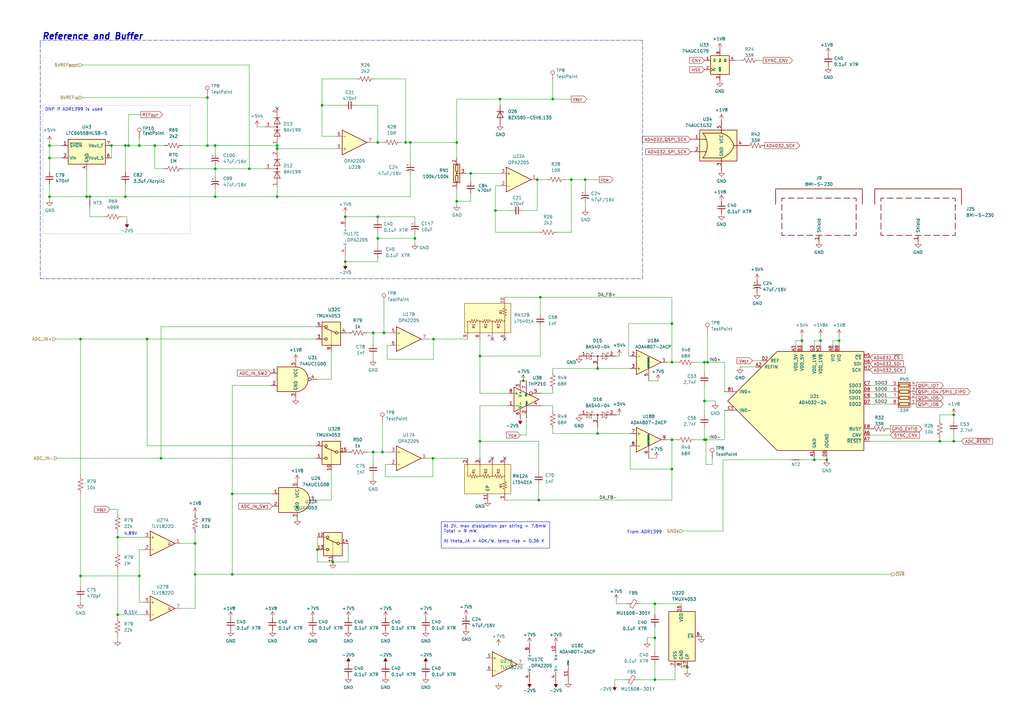
<source format=kicad_sch>
(kicad_sch (version 20230121) (generator eeschema)
  (paper "A3")
  (lib_symbols
    (symbol "74xGxx:74AUC1G00"
      (property "Reference" "U" (at -2.54 3.81 0))
      (property "Value" "74AUC1G00" (at 0 -3.81 0))
      (symbol "74AUC1G00_1_1"
        (pin input line (at -10.16 2.54 0) (length 2.54) (name "~") (number "1"))
        (pin input line (at -10.16 -2.54 0) (length 2.54) (name "~") (number "2"))
        (pin power_in line (at 0 -7.62 90) (length 2.54) (name "GND") (number "3"))
        (pin output inverted (at 8.89 0 180) (length 3.81) (name "~") (number "4"))
        (pin power_in line (at 0 7.62 270) (length 2.54) (name "VCC") (number "5"))
      )
    )
    (symbol "74xGxx:74AUC1G08" (pin_names (offset 0.381))
      (property "Reference" "U" (at -2.54 3.81 0))
      (property "Value" "74AUC1G08" (at 0 -3.81 0))
      (symbol "74AUC1G08_1_1"
        (pin input line (at -10.16 2.54 0) (length 2.54) (name "~") (number "1"))
        (pin input line (at -10.16 -2.54 0) (length 2.54) (name "~") (number "2"))
        (pin power_in line (at 0 -7.62 90) (length 2.54) (name "GND") (number "3"))
        (pin output line (at 7.62 0 180) (length 2.54) (name "~") (number "4"))
        (pin power_in line (at 0 7.62 270) (length 2.54) (name "VCC") (number "5"))
      )
    )
    (symbol "74xGxx:74AUC1G32"
      (property "Reference" "U" (at -2.54 3.81 0))
      (property "Value" "74AUC1G32" (at 0 -3.81 0))
      (symbol "74AUC1G32_1_1"
        (pin input line (at -12.7 2.54 0) (length 5.08) (name "~") (number "1"))
        (pin input line (at -12.7 -2.54 0) (length 5.08) (name "~") (number "2"))
        (pin power_in line (at 0 -10.16 90) (length 5.08) (name "GND") (number "3"))
        (pin output line (at 10.16 0 180) (length 5.08) (name "~") (number "4"))
        (pin power_in line (at 0 10.16 270) (length 5.08) (name "VCC") (number "5"))
      )
    )
    (symbol "74xGxx:74AUC1G79" (pin_names (offset 1.016))
      (property "Reference" "U" (at -2.54 5.08 0))
      (property "Value" "74AUC1G79" (at 0 -5.08 0))
      (symbol "74AUC1G79_1_1"
        (pin input line (at -6.35 1.905 0) (length 2.54) (name "D") (number "1"))
        (pin input clock (at -6.35 -1.905 0) (length 2.54) (name "C") (number "2"))
        (pin power_in line (at 0 -6.35 90) (length 2.54) (name "GND") (number "3"))
        (pin output line (at 6.35 1.905 180) (length 2.54) (name "Q") (number "4"))
        (pin power_in line (at 0 6.35 270) (length 2.54) (name "V_{CC}") (number "5"))
      )
    )
    (symbol "ADA4805-2ACP_1" (pin_names (offset 0.127))
      (property "Reference" "U18" (at 0 9.525 0))
      (property "Value" "ADA4807-2ACP" (at 0 6.985 0))
      (symbol "ADA4805-2ACP_1_1_1"
        (pin output line (at 7.62 0 180) (length 2.54) (name "~") (number "1"))
        (pin input line (at -7.62 2.54 0) (length 2.54) (name "-") (number "2"))
        (pin input line (at -7.62 -2.54 0) (length 2.54) (name "+") (number "3"))
        (pin input line (at 0 -7.62 90) (length 5.08) (name "~{SHUTDOWN1}") (number "5"))
      )
      (symbol "ADA4805-2ACP_1_2_1"
        (pin input line (at 0 -7.62 90) (length 5.08) (name "~{SHUTDOWN2}") (number "6"))
        (pin input line (at -7.62 2.54 0) (length 2.54) (name "+") (number "7"))
        (pin input line (at -7.62 -2.54 0) (length 2.54) (name "-") (number "8"))
        (pin output line (at 7.62 0 180) (length 2.54) (name "~") (number "9"))
      )
      (symbol "ADA4805-2ACP_1_3_1"
        (pin power_in line (at -2.54 7.62 270) (length 3.81) (name "V+") (number "10"))
        (pin power_in line (at 2.54 -7.62 90) (length 6.35) (name "EPAD") (number "11"))
        (pin power_in line (at -2.54 -7.62 90) (length 3.81) (name "V-") (number "4"))
      )
    )
    (symbol "ADA4805-2ACP_2" (pin_names (offset 0.127))
      (property "Reference" "U18" (at 0 9.525 0))
      (property "Value" "ADA4807-2ACP" (at 0 6.985 0))
      (symbol "ADA4805-2ACP_2_1_1"
        (pin output line (at 7.62 0 180) (length 2.54) (name "~") (number "1"))
        (pin input line (at -7.62 2.54 0) (length 2.54) (name "-") (number "2"))
        (pin input line (at -7.62 -2.54 0) (length 2.54) (name "+") (number "3"))
        (pin input line (at 0 -7.62 90) (length 5.08) (name "~{SHUTDOWN1}") (number "5"))
      )
      (symbol "ADA4805-2ACP_2_2_1"
        (pin input line (at 0 -7.62 90) (length 5.08) (name "~{SHUTDOWN2}") (number "6"))
        (pin input line (at -7.62 2.54 0) (length 2.54) (name "+") (number "7"))
        (pin input line (at -7.62 -2.54 0) (length 2.54) (name "-") (number "8"))
        (pin output line (at 7.62 0 180) (length 2.54) (name "~") (number "9"))
      )
      (symbol "ADA4805-2ACP_2_3_1"
        (pin power_in line (at -2.54 7.62 270) (length 3.81) (name "V+") (number "10"))
        (pin power_in line (at 2.54 -7.62 90) (length 6.35) (name "EPAD") (number "11"))
        (pin power_in line (at -2.54 -7.62 90) (length 3.81) (name "V-") (number "4"))
      )
    )
    (symbol "Amplifier_Difference:THP210" (pin_names (offset 0.127))
      (property "Reference" "U" (at 10.16 6.35 0))
      (property "Value" "THP210" (at 6.35 -8.89 0))
      (symbol "THP210_1_1"
        (pin input line (at -7.62 -2.54 0) (length 2.54) (name "-") (number "1"))
        (pin passive line (at 0 -7.62 90) (length 5.08) (name "V_{OCM}") (number "2"))
        (pin power_in line (at -2.54 7.62 270) (length 3.81) (name "V+") (number "3"))
        (pin output line (at 6.35 -2.54 180) (length 5.08) (name "~") (number "4"))
        (pin output inverted (at 6.35 2.54 180) (length 5.08) (name "~") (number "5"))
        (pin power_in line (at -2.54 -7.62 90) (length 3.81) (name "V-") (number "6"))
        (pin passive line (at 0 7.62 270) (length 5.08) (name "~{PD}") (number "7"))
        (pin input line (at -7.62 2.54 0) (length 2.54) (name "+") (number "8"))
      )
    )
    (symbol "Amplifier_Operational:ADA4805-2ACP" (pin_names (offset 0.127))
      (property "Reference" "U18" (at 0 9.525 0))
      (property "Value" "ADA4807-2ACP" (at 0 6.985 0))
      (symbol "ADA4805-2ACP_1_1"
        (pin output line (at 7.62 0 180) (length 2.54) (name "~") (number "1"))
        (pin input line (at -7.62 2.54 0) (length 2.54) (name "-") (number "2"))
        (pin input line (at -7.62 -2.54 0) (length 2.54) (name "+") (number "3"))
        (pin input line (at 0 -7.62 90) (length 5.08) (name "~{SHUTDOWN1}") (number "5"))
      )
      (symbol "ADA4805-2ACP_2_1"
        (pin input line (at 0 -7.62 90) (length 5.08) (name "~{SHUTDOWN2}") (number "6"))
        (pin input line (at -7.62 2.54 0) (length 2.54) (name "+") (number "7"))
        (pin input line (at -7.62 -2.54 0) (length 2.54) (name "-") (number "8"))
        (pin output line (at 7.62 0 180) (length 2.54) (name "~") (number "9"))
      )
      (symbol "ADA4805-2ACP_3_1"
        (pin power_in line (at -2.54 7.62 270) (length 3.81) (name "V+") (number "10"))
        (pin power_in line (at 2.54 -7.62 90) (length 6.35) (name "EPAD") (number "11"))
        (pin power_in line (at -2.54 -7.62 90) (length 3.81) (name "V-") (number "4"))
      )
    )
    (symbol "Amplifier_Operational:OPA2205" (pin_names (offset 0.127))
      (property "Reference" "U" (at 2.54 6.35 0))
      (property "Value" "OPA2205" (at 2.54 3.81 0))
      (symbol "OPA2205_1_1"
        (pin output line (at 7.62 0 180) (length 2.54) (name "~") (number "1"))
        (pin input line (at -7.62 -2.54 0) (length 2.54) (name "-") (number "2"))
        (pin input line (at -7.62 2.54 0) (length 2.54) (name "+") (number "3"))
      )
      (symbol "OPA2205_2_1"
        (pin input line (at -7.62 2.54 0) (length 2.54) (name "+") (number "5"))
        (pin input line (at -7.62 -2.54 0) (length 2.54) (name "-") (number "6"))
        (pin output line (at 7.62 0 180) (length 2.54) (name "~") (number "7"))
      )
      (symbol "OPA2205_3_1"
        (pin power_in line (at 0 -7.62 90) (length 3.81) (name "V-") (number "4"))
        (pin power_in line (at 0 7.62 270) (length 3.81) (name "V+") (number "8"))
      )
    )
    (symbol "Amplifier_Operational:Voltage_Divider" (pin_names (offset 0) hide)
      (property "Reference" "RN?" (at -3.81 -3.3004 90))
      (property "Value" "2k/1k" (at -3.81 -5.8373 90))
      (symbol "Voltage_Divider_1_1"
        (pin passive line (at 0 -6.35 90) (length 2.54) (name "~") (number "1"))
        (pin passive line (at 0 6.35 270) (length 2.54) (name "~") (number "2"))
        (pin passive line (at 3.81 0 180) (length 2.54) (name "~") (number "3"))
      )
    )
    (symbol "Analog_ADC:AD4032-24" (pin_names (offset 1.016))
      (property "Reference" "U42" (at -1.905 1.905 0))
      (property "Value" "AD4032-24" (at -6.35 -0.635 0))
      (symbol "AD4032-24_0_0"
        (pin power_in line (at -7.62 22.86 270) (length 2.54) (name "VDD_5V") (number "A3"))
        (pin power_in line (at 0 -22.86 90) (length 2.54) hide (name "GND") (number "A4"))
        (pin power_in line (at 0 -22.86 90) (length 2.54) hide (name "GND") (number "A5"))
        (pin tri_state line (at 22.86 -13.97 180) (length 2.54) (name "CNV") (number "A6"))
        (pin tri_state line (at 22.86 -16.51 180) (length 2.54) (name "~{RESET}") (number "A7"))
        (pin power_in line (at 7.62 22.86 270) (length 2.54) (name "VIO") (number "A8"))
        (pin power_in line (at 0 -22.86 90) (length 2.54) hide (name "GND") (number "B2"))
        (pin power_in line (at -5.08 22.86 270) (length 2.54) (name "VDD_5V") (number "B3"))
        (pin power_in line (at 0 -22.86 90) (length 2.54) hide (name "GND") (number "B4"))
        (pin power_in line (at 0 -22.86 90) (length 2.54) hide (name "GND") (number "B5"))
        (pin passive line (at 5.08 -22.86 90) (length 2.54) hide (name "IOGND") (number "B6"))
        (pin passive line (at 5.08 -22.86 90) (length 2.54) hide (name "IOGND") (number "B7"))
        (pin power_in line (at 10.16 22.86 270) (length 2.54) (name "VIO") (number "B8"))
        (pin power_in line (at 0 -22.86 90) (length 2.54) hide (name "GND") (number "C2"))
        (pin power_in line (at 0 -22.86 90) (length 2.54) hide (name "GND") (number "C3"))
        (pin power_in line (at 0 -22.86 90) (length 2.54) hide (name "GND") (number "C4"))
        (pin power_in line (at 0 -22.86 90) (length 2.54) hide (name "GND") (number "C5"))
        (pin passive line (at 5.08 -22.86 90) (length 2.54) hide (name "IOGND") (number "C6"))
        (pin tri_state line (at 22.86 6.35 180) (length 2.54) (name "SDO3") (number "C7"))
        (pin tri_state line (at 22.86 1.27 180) (length 2.54) (name "SDO1") (number "C8"))
        (pin power_in line (at 0 -22.86 90) (length 2.54) hide (name "GND") (number "D1"))
        (pin power_in line (at 0 -22.86 90) (length 2.54) hide (name "GND") (number "D4"))
        (pin power_in line (at 0 -22.86 90) (length 2.54) hide (name "GND") (number "D5"))
        (pin passive line (at 5.08 -22.86 90) (length 2.54) (name "IOGND") (number "D6"))
        (pin tri_state line (at 22.86 -1.27 180) (length 2.54) (name "SDO2") (number "D7"))
        (pin tri_state line (at 22.86 3.81 180) (length 2.54) (name "SDO0") (number "D8"))
        (pin power_in line (at 0 -22.86 90) (length 2.54) hide (name "GND") (number "E1"))
        (pin power_in line (at 0 -22.86 90) (length 2.54) hide (name "GND") (number "E4"))
        (pin power_in line (at 0 -22.86 90) (length 2.54) hide (name "GND") (number "E5"))
        (pin passive line (at 5.08 -22.86 90) (length 2.54) hide (name "IOGND") (number "E6"))
        (pin passive line (at 5.08 -22.86 90) (length 2.54) hide (name "IOGND") (number "E7"))
        (pin tri_state line (at 22.86 -11.43 180) (length 2.54) (name "BUSY") (number "E8"))
        (pin power_in line (at 0 -22.86 90) (length 2.54) hide (name "GND") (number "F2"))
        (pin power_in line (at 0 -22.86 90) (length 2.54) hide (name "GND") (number "F3"))
        (pin power_in line (at 0 -22.86 90) (length 2.54) hide (name "GND") (number "F4"))
        (pin power_in line (at 0 -22.86 90) (length 2.54) hide (name "GND") (number "F5"))
        (pin passive line (at 5.08 -22.86 90) (length 2.54) hide (name "IOGND") (number "F6"))
        (pin power_in line (at 0 -22.86 90) (length 2.54) hide (name "GND") (number "G2"))
        (pin power_in line (at 0 22.86 270) (length 2.54) (name "VDD_1V8") (number "G3"))
        (pin power_in line (at 0 -22.86 90) (length 2.54) hide (name "GND") (number "G4"))
        (pin power_in line (at 0 -22.86 90) (length 2.54) hide (name "GND") (number "G5"))
        (pin passive line (at 5.08 -22.86 90) (length 2.54) hide (name "IOGND") (number "G6"))
        (pin power_in line (at 0 -22.86 90) (length 2.54) hide (name "GND") (number "H1"))
        (pin power_in line (at 0 -22.86 90) (length 2.54) hide (name "GND") (number "H2"))
        (pin power_in line (at 2.54 22.86 270) (length 2.54) (name "VDD_1V8") (number "H3"))
        (pin power_in line (at 0 -22.86 90) (length 2.54) hide (name "GND") (number "H4"))
        (pin tri_state line (at 22.86 17.78 180) (length 2.54) (name "~{CS}") (number "H5"))
        (pin tri_state line (at 22.86 15.24 180) (length 2.54) (name "SDI") (number "H6"))
        (pin tri_state line (at 22.86 12.7 180) (length 2.54) (name "SCK") (number "H7"))
        (pin passive line (at 5.08 -22.86 90) (length 2.54) hide (name "IOGND") (number "H8"))
      )
      (symbol "AD4032-24_1_1"
        (pin power_in line (at 0 -22.86 90) (length 2.54) (name "GND") (number "A1"))
        (pin input line (at -24.13 13.97 0) (length 2.54) (name "REFIN") (number "A2"))
        (pin input line (at -36.83 3.81 0) (length 5.08) (name "IN0+") (number "B1"))
        (pin input line (at -36.83 -3.81 0) (length 5.08) (name "IN0-") (number "C1"))
        (pin input line (at -21.59 16.51 0) (length 2.54) (name "REF") (number "D2"))
        (pin input line (at -21.59 16.51 0) (length 2.54) hide (name "REF") (number "D3"))
        (pin input line (at -21.59 16.51 0) (length 2.54) hide (name "REF") (number "E2"))
        (pin input line (at -21.59 16.51 0) (length 2.54) hide (name "REF") (number "E3"))
      )
    )
    (symbol "Analog_Switch:TMUX4053"
      (property "Reference" "U35" (at 6.35 14.605 0))
      (property "Value" "TMUX4053" (at 6.35 12.065 0))
      (symbol "TMUX4053_1_1"
        (pin input line (at 0 -10.16 90) (length 2.54) (name "~") (number "11"))
        (pin passive line (at 6.35 0 180) (length 2.54) (name "~") (number "12"))
        (pin passive line (at 6.35 -5.08 180) (length 2.54) (name "~") (number "13"))
        (pin passive line (at -6.35 -2.54 0) (length 2.54) (name "~") (number "14"))
      )
      (symbol "TMUX4053_2_1"
        (pin passive line (at 6.35 -5.08 180) (length 2.54) (name "~") (number "1"))
        (pin input line (at 0 -10.16 90) (length 2.54) (name "~") (number "10"))
        (pin passive line (at -6.35 -2.54 0) (length 2.54) (name "~") (number "15"))
        (pin passive line (at 6.35 0 180) (length 2.54) (name "~") (number "2"))
      )
      (symbol "TMUX4053_3_1"
        (pin passive line (at 6.35 -5.08 180) (length 2.54) (name "~") (number "3"))
        (pin passive line (at -6.35 -2.54 0) (length 2.54) (name "~") (number "4"))
        (pin passive line (at 6.35 0 180) (length 2.54) (name "~") (number "5"))
        (pin input line (at 0 -10.16 90) (length 2.54) (name "~") (number "9"))
      )
      (symbol "TMUX4053_4_0"
        (pin power_in line (at 0 12.7 270) (length 2.54) (name "VDD") (number "16"))
        (pin input line (at 8.255 0 180) (length 2.54) (name "~{EN}") (number "6"))
        (pin power_in line (at -2.54 -12.7 90) (length 2.54) (name "VSS") (number "7"))
        (pin power_in line (at 0 -12.7 90) (length 2.54) (name "GND") (number "8"))
      )
      (symbol "TMUX4053_4_1"
        (pin passive line (at 2.54 -12.7 90) (length 2.54) (name "EP") (number "17"))
      )
    )
    (symbol "Comparator:TLV1822D" (pin_names (offset 0.127))
      (property "Reference" "U" (at 3.81 3.81 0))
      (property "Value" "TLV1822D" (at 6.35 -3.81 0))
      (symbol "TLV1822D_1_1"
        (pin open_collector line (at 7.62 0 180) (length 2.54) (name "~") (number "1"))
        (pin input line (at -7.62 -2.54 0) (length 2.54) (name "-") (number "2"))
        (pin input line (at -7.62 2.54 0) (length 2.54) (name "+") (number "3"))
      )
      (symbol "TLV1822D_2_1"
        (pin input line (at -7.62 2.54 0) (length 2.54) (name "+") (number "5"))
        (pin input line (at -7.62 -2.54 0) (length 2.54) (name "-") (number "6"))
        (pin output line (at 7.62 0 180) (length 2.54) (name "~") (number "7"))
      )
      (symbol "TLV1822D_3_1"
        (pin power_in line (at -2.54 -7.62 90) (length 3.81) (name "V-") (number "4"))
        (pin power_in line (at -2.54 7.62 270) (length 3.81) (name "V+") (number "8"))
      )
    )
    (symbol "Connector:TestPoint" (pin_numbers hide) (pin_names (offset 0.762) hide)
      (property "Reference" "TP" (at 0 6.858 0))
      (property "Value" "TestPoint" (at 0 5.08 0))
      (symbol "TestPoint_1_1"
        (pin passive line (at 0 0 90) (length 2.54) (name "1") (number "1"))
      )
    )
    (symbol "Device:CP1_Small" (pin_numbers hide) (pin_names (offset 0.254) hide)
      (property "Reference" "C" (at 0.254 1.778 0))
      (property "Value" "CP1_Small" (at 0.254 -2.032 0))
      (symbol "CP1_Small_1_1"
        (pin passive line (at 0 2.54 270) (length 2.032) (name "~") (number "1"))
        (pin passive line (at 0 -2.54 90) (length 2.032) (name "~") (number "2"))
      )
    )
    (symbol "Device:C_Small" (pin_numbers hide) (pin_names (offset 0.254) hide)
      (property "Reference" "C" (at 0.254 1.778 0))
      (property "Value" "C_Small" (at 0.254 -2.032 0))
      (symbol "C_Small_1_1"
        (pin passive line (at 0 2.54 270) (length 2.032) (name "~") (number "1"))
        (pin passive line (at 0 -2.54 90) (length 2.032) (name "~") (number "2"))
      )
    )
    (symbol "Device:Ferrite_Bead_Small" (pin_numbers hide) (pin_names (offset 0))
      (property "Reference" "FB" (at 1.905 1.27 0))
      (property "Value" "Ferrite_Bead_Small" (at 1.905 -1.27 0))
      (symbol "Ferrite_Bead_Small_1_1"
        (pin passive line (at 0 2.54 270) (length 1.27) (name "~") (number "1"))
        (pin passive line (at 0 -2.54 90) (length 1.27) (name "~") (number "2"))
      )
    )
    (symbol "Device:LT5401" (pin_names (offset 1.016))
      (property "Reference" "RN" (at 4.445 19.685 0))
      (property "Value" "LT5401" (at 4.445 17.78 0))
      (symbol "LT5401_0_0"
        (text "R1" (at 1.524 1.524 0) (effects (font (size 0.9906 0.9906))))
        (text "R2" (at 7.366 2.54 0) (effects (font (size 0.9906 0.9906))))
      )
      (symbol "LT5401_1_1"
        (text "R1" (at 7.366 12.7 0) (effects (font (size 0.9906 0.9906))))
        (text "R2" (at 7.366 7.747 0) (effects (font (size 0.9906 0.9906))))
        (pin passive line (at -4.445 0 0) (length 2.54) (name "~") (number "1"))
        (pin passive line (at -4.445 6.985 0) (length 2.54) (name "EP") (number "11"))
        (pin passive line (at 12.7 15.24 180) (length 2.54) (name "~") (number "2"))
        (pin passive line (at 12.7 10.16 180) (length 2.54) (name "~") (number "3"))
        (pin passive line (at 12.7 5.08 180) (length 2.54) (name "~") (number "4"))
        (pin passive line (at 12.7 0 180) (length 2.54) (name "~") (number "5"))
      )
      (symbol "LT5401_2_1"
        (text "R1" (at 7.366 12.7 0) (effects (font (size 0.9906 0.9906))))
        (text "R2" (at 7.366 7.747 0) (effects (font (size 0.9906 0.9906))))
        (pin passive line (at -4.445 0 0) (length 2.54) (name "~") (number "10"))
        (pin passive line (at -1.905 8.89 90) (length 2.54) hide (name "EP") (number "11-UB"))
        (pin passive line (at 12.7 0 180) (length 2.54) (name "~") (number "6"))
        (pin passive line (at 12.7 5.08 180) (length 2.54) (name "~") (number "7"))
        (pin passive line (at 12.7 10.16 180) (length 2.54) (name "~") (number "8"))
        (pin passive line (at 12.7 15.24 180) (length 2.54) (name "~") (number "9"))
      )
    )
    (symbol "Device:Net-Tie_2" (pin_numbers hide) (pin_names (offset 0) hide)
      (property "Reference" "NT" (at 0 1.27 0))
      (property "Value" "Net-Tie_2" (at 0 -1.27 0))
      (symbol "Net-Tie_2_1_1"
        (pin passive line (at -2.54 0 0) (length 2.54) (name "1") (number "1"))
        (pin passive line (at 2.54 0 180) (length 2.54) (name "2") (number "2"))
      )
    )
    (symbol "Device:RF_Shield_Two_Pieces" (pin_names (offset 1.016))
      (property "Reference" "J" (at 0 5.08 0))
      (property "Value" "RF_Shield_Two_Pieces" (at 0 2.54 0))
      (symbol "RF_Shield_Two_Pieces_1_1"
        (pin passive line (at 0 -10.16 90) (length 2.54) (name "Shield") (number "1"))
      )
    )
    (symbol "Device:R_Pack04" (pin_names (offset 0) hide)
      (property "Reference" "RN" (at -7.62 0 90))
      (property "Value" "R_Pack04" (at 5.08 0 90))
      (symbol "R_Pack04_1_1"
        (pin passive line (at -5.08 -5.08 90) (length 2.54) (name "R1.1") (number "1"))
        (pin passive line (at -2.54 -5.08 90) (length 2.54) (name "R2.1") (number "2"))
        (pin passive line (at 0 -5.08 90) (length 2.54) (name "R3.1") (number "3"))
        (pin passive line (at 2.54 -5.08 90) (length 2.54) (name "R4.1") (number "4"))
        (pin passive line (at 2.54 5.08 270) (length 2.54) (name "R4.2") (number "5"))
        (pin passive line (at 0 5.08 270) (length 2.54) (name "R3.2") (number "6"))
        (pin passive line (at -2.54 5.08 270) (length 2.54) (name "R2.2") (number "7"))
        (pin passive line (at -5.08 5.08 270) (length 2.54) (name "R1.2") (number "8"))
      )
    )
    (symbol "Device:R_US" (pin_numbers hide) (pin_names (offset 0))
      (property "Reference" "R" (at 2.54 0 90))
      (property "Value" "R_US" (at -2.54 0 90))
      (symbol "R_US_1_1"
        (pin passive line (at 0 3.81 270) (length 1.27) (name "~") (number "1"))
        (pin passive line (at 0 -3.81 90) (length 1.27) (name "~") (number "2"))
      )
    )
    (symbol "Diode:BAS40-04" (pin_names (offset 1.016))
      (property "Reference" "D" (at 0.635 -1.27 0))
      (property "Value" "BAS40-04" (at -6.35 5.715 0))
      (symbol "BAS40-04_1_1"
        (pin passive line (at -7.62 2.54 0) (length 3.81) (name "~") (number "1"))
        (pin passive line (at 7.62 2.54 180) (length 3.81) (name "~") (number "2"))
        (pin passive line (at 0 -2.54 90) (length 5.08) (name "~") (number "3"))
      )
    )
    (symbol "Diode:BAV99" (pin_names hide)
      (property "Reference" "D" (at 0 5.08 0))
      (property "Value" "BAV99" (at 0 2.54 0))
      (symbol "BAV99_1_1"
        (pin passive line (at -7.62 0 0) (length 2.54) (name "K") (number "1"))
        (pin passive line (at 7.62 0 180) (length 2.54) (name "A") (number "2"))
        (pin passive line (at 0 -5.08 90) (length 2.54) (name "K") (number "3"))
      )
    )
    (symbol "Diode:DZ2S056X0L" (pin_numbers hide) (pin_names (offset 1.016) hide)
      (property "Reference" "D" (at 0 2.54 0))
      (property "Value" "DZ2S056X0L" (at 0 -2.54 0))
      (symbol "DZ2S056X0L_1_1"
        (pin passive line (at -3.81 0 0) (length 2.54) (name "K") (number "1"))
        (pin passive line (at 3.81 0 180) (length 2.54) (name "A") (number "2"))
      )
    )
    (symbol "Reference_Voltage:LTC6655xHLS8-5"
      (property "Reference" "U" (at -7.62 6.35 0))
      (property "Value" "LTC6655xHLS8-5" (at 2.54 6.35 0))
      (symbol "LTC6655xHLS8-5_1_1"
        (pin input line (at -10.16 2.54 0) (length 2.54) (name "~{SHDN}") (number "1"))
        (pin power_in line (at -10.16 -2.54 0) (length 2.54) (name "Vin") (number "2"))
        (pin passive line (at 0 -7.62 90) (length 2.54) hide (name "GND") (number "3"))
        (pin power_in line (at 0 -7.62 90) (length 2.54) (name "GND") (number "4"))
        (pin passive line (at 0 -7.62 90) (length 2.54) hide (name "GND") (number "5"))
        (pin power_out line (at 10.16 -2.54 180) (length 2.54) (name "Vout_S") (number "6"))
        (pin passive line (at 10.16 2.54 180) (length 2.54) (name "Vout_F") (number "7"))
        (pin passive line (at 0 -7.62 90) (length 2.54) hide (name "GND") (number "8"))
      )
    )
    (symbol "TMUX4053_1"
      (property "Reference" "U35" (at 6.35 14.605 0))
      (property "Value" "TMUX4053" (at 6.35 12.065 0))
      (symbol "TMUX4053_1_1_1"
        (pin input line (at 0 -10.16 90) (length 2.54) (name "~") (number "11"))
        (pin passive line (at 6.35 0 180) (length 2.54) (name "~") (number "12"))
        (pin passive line (at 6.35 -5.08 180) (length 2.54) (name "~") (number "13"))
        (pin passive line (at -6.35 -2.54 0) (length 2.54) (name "~") (number "14"))
      )
      (symbol "TMUX4053_1_2_1"
        (pin passive line (at 6.35 -5.08 180) (length 2.54) (name "~") (number "1"))
        (pin input line (at 0 -10.16 90) (length 2.54) (name "~") (number "10"))
        (pin passive line (at -6.35 -2.54 0) (length 2.54) (name "~") (number "15"))
        (pin passive line (at 6.35 0 180) (length 2.54) (name "~") (number "2"))
      )
      (symbol "TMUX4053_1_3_1"
        (pin passive line (at 6.35 -5.08 180) (length 2.54) (name "~") (number "3"))
        (pin passive line (at -6.35 -2.54 0) (length 2.54) (name "~") (number "4"))
        (pin passive line (at 6.35 0 180) (length 2.54) (name "~") (number "5"))
        (pin input line (at 0 -10.16 90) (length 2.54) (name "~") (number "9"))
      )
      (symbol "TMUX4053_1_4_0"
        (pin power_in line (at 0 12.7 270) (length 2.54) (name "VDD") (number "16"))
        (pin input line (at 8.255 0 180) (length 2.54) (name "~{EN}") (number "6"))
        (pin power_in line (at -2.54 -12.7 90) (length 2.54) (name "VSS") (number "7"))
        (pin power_in line (at 0 -12.7 90) (length 2.54) (name "GND") (number "8"))
      )
      (symbol "TMUX4053_1_4_1"
        (pin passive line (at 2.54 -12.7 90) (length 2.54) (name "EP") (number "17"))
      )
    )
    (symbol "TMUX4053_2"
      (property "Reference" "U35" (at 6.35 14.605 0))
      (property "Value" "TMUX4053" (at 6.35 12.065 0))
      (symbol "TMUX4053_2_1_1"
        (pin input line (at 0 -10.16 90) (length 2.54) (name "~") (number "11"))
        (pin passive line (at 6.35 0 180) (length 2.54) (name "~") (number "12"))
        (pin passive line (at 6.35 -5.08 180) (length 2.54) (name "~") (number "13"))
        (pin passive line (at -6.35 -2.54 0) (length 2.54) (name "~") (number "14"))
      )
      (symbol "TMUX4053_2_2_1"
        (pin passive line (at 6.35 -5.08 180) (length 2.54) (name "~") (number "1"))
        (pin input line (at 0 -10.16 90) (length 2.54) (name "~") (number "10"))
        (pin passive line (at -6.35 -2.54 0) (length 2.54) (name "~") (number "15"))
        (pin passive line (at 6.35 0 180) (length 2.54) (name "~") (number "2"))
      )
      (symbol "TMUX4053_2_3_1"
        (pin passive line (at 6.35 -5.08 180) (length 2.54) (name "~") (number "3"))
        (pin passive line (at -6.35 -2.54 0) (length 2.54) (name "~") (number "4"))
        (pin passive line (at 6.35 0 180) (length 2.54) (name "~") (number "5"))
        (pin input line (at 0 -10.16 90) (length 2.54) (name "~") (number "9"))
      )
      (symbol "TMUX4053_2_4_0"
        (pin power_in line (at 0 12.7 270) (length 2.54) (name "VDD") (number "16"))
        (pin input line (at 8.255 0 180) (length 2.54) (name "~{EN}") (number "6"))
        (pin power_in line (at -2.54 -12.7 90) (length 2.54) (name "VSS") (number "7"))
        (pin power_in line (at 0 -12.7 90) (length 2.54) (name "GND") (number "8"))
      )
      (symbol "TMUX4053_2_4_1"
        (pin passive line (at 2.54 -12.7 90) (length 2.54) (name "EP") (number "17"))
      )
    )
    (symbol "TMUX4053_3"
      (property "Reference" "U35" (at 6.35 14.605 0))
      (property "Value" "TMUX4053" (at 6.35 12.065 0))
      (symbol "TMUX4053_3_1_1"
        (pin input line (at 0 -10.16 90) (length 2.54) (name "~") (number "11"))
        (pin passive line (at 6.35 0 180) (length 2.54) (name "~") (number "12"))
        (pin passive line (at 6.35 -5.08 180) (length 2.54) (name "~") (number "13"))
        (pin passive line (at -6.35 -2.54 0) (length 2.54) (name "~") (number "14"))
      )
      (symbol "TMUX4053_3_2_1"
        (pin passive line (at 6.35 -5.08 180) (length 2.54) (name "~") (number "1"))
        (pin input line (at 0 -10.16 90) (length 2.54) (name "~") (number "10"))
        (pin passive line (at -6.35 -2.54 0) (length 2.54) (name "~") (number "15"))
        (pin passive line (at 6.35 0 180) (length 2.54) (name "~") (number "2"))
      )
      (symbol "TMUX4053_3_3_1"
        (pin passive line (at 6.35 -5.08 180) (length 2.54) (name "~") (number "3"))
        (pin passive line (at -6.35 -2.54 0) (length 2.54) (name "~") (number "4"))
        (pin passive line (at 6.35 0 180) (length 2.54) (name "~") (number "5"))
        (pin input line (at 0 -10.16 90) (length 2.54) (name "~") (number "9"))
      )
      (symbol "TMUX4053_3_4_0"
        (pin power_in line (at 0 12.7 270) (length 2.54) (name "VDD") (number "16"))
        (pin input line (at 8.255 0 180) (length 2.54) (name "~{EN}") (number "6"))
        (pin power_in line (at -2.54 -12.7 90) (length 2.54) (name "VSS") (number "7"))
        (pin power_in line (at 0 -12.7 90) (length 2.54) (name "GND") (number "8"))
      )
      (symbol "TMUX4053_3_4_1"
        (pin passive line (at 2.54 -12.7 90) (length 2.54) (name "EP") (number "17"))
      )
    )
    (symbol "power:+1V8" (power) (pin_names (offset 0))
      (property "Value" "+1V8" (at 0 3.556 0))
      (symbol "+1V8_1_1"
        (pin power_in line (at 0 0 90) (length 0) hide (name "+1V8") (number "1"))
      )
    )
    (symbol "power:+1V8A" (power) (pin_names (offset 0))
      (property "Value" "+1V8A" (at 0 3.556 0))
      (symbol "+1V8A_1_1"
        (pin power_in line (at 0 0 90) (length 0) hide (name "+1V8A") (number "1"))
      )
    )
    (symbol "power:+5V4" (power) (pin_names (offset 0))
      (property "Value" "+5V4" (at 0 3.556 0))
      (symbol "+5V4_1_1"
        (pin power_in line (at 0 0 90) (length 0) hide (name "+5V4") (number "1"))
      )
    )
    (symbol "power:+7V5" (power) (pin_names (offset 0))
      (property "Value" "+7V5" (at 0 3.556 0))
      (symbol "+7V5_1_1"
        (pin power_in line (at 0 0 90) (length 0) hide (name "+7V5") (number "1"))
      )
    )
    (symbol "power:-2V5" (power) (pin_names (offset 0))
      (property "Value" "-2V5" (at 0 3.81 0))
      (symbol "-2V5_0_0"
        (pin power_in line (at 0 0 90) (length 0) hide (name "-2V5") (number "1"))
      )
    )
    (symbol "power:GND" (power) (pin_names (offset 0))
      (property "Value" "GND" (at 0 -3.81 0))
      (symbol "GND_1_1"
        (pin power_in line (at 0 0 270) (length 0) hide (name "GND") (number "1"))
      )
    )
  )
  (junction (at 80.01 222.885))
  (junction (at 51.435 59.69))
  (junction (at 60.325 139.065))
  (junction (at 63.5 59.69))
  (junction (at 391.16 170.18))
  (junction (at 113.665 80.645))
  (junction (at 245.11 177.8))
  (junction (at 95.25 202.565))
  (junction (at 48.26 220.345))
  (junction (at 154.94 97.79))
  (junction (at 268.605 278.765))
  (junction (at 88.265 80.645))
  (junction (at 288.925 164.465))
  (junction (at 66.04 187.96))
  (junction (at 51.435 80.645))
  (junction (at 141.605 107.315))
  (junction (at 339.09 188.595))
  (junction (at 391.16 180.975))
  (junction (at 196.85 146.05))
  (junction (at 153.035 136.525))
  (junction (at 281.94 273.685))
  (junction (at 130.175 225.425))
  (junction (at 245.11 151.13))
  (junction (at 221.615 121.92))
  (junction (at 156.845 185.42))
  (junction (at 288.925 148.59))
  (junction (at 220.345 73.66))
  (junction (at 170.18 97.79))
  (junction (at 85.09 40.005))
  (junction (at 344.17 139.7))
  (junction (at 268.605 261.62))
  (junction (at 80.01 235.585))
  (junction (at 52.705 59.69))
  (junction (at 328.93 139.7))
  (junction (at 385.445 180.975))
  (junction (at 166.37 58.42))
  (junction (at 275.59 192.405))
  (junction (at 275.59 148.59))
  (junction (at 336.55 139.7))
  (junction (at 141.605 88.9))
  (junction (at 36.83 80.645))
  (junction (at 20.32 80.645))
  (junction (at 88.265 69.215))
  (junction (at 154.94 88.9))
  (junction (at 153.035 185.42))
  (junction (at 35.56 80.645))
  (junction (at 193.04 71.12))
  (junction (at 205.105 40.64))
  (junction (at 275.59 180.34))
  (junction (at 177.546 187.96))
  (junction (at 288.925 180.34))
  (junction (at 268.605 247.65))
  (junction (at 234.315 73.66))
  (junction (at 85.09 59.69))
  (junction (at 113.665 60.96))
  (junction (at 20.32 64.77))
  (junction (at 289.56 180.34))
  (junction (at 196.85 180.975))
  (junction (at 187.325 58.42))
  (junction (at 275.59 132.715))
  (junction (at 187.325 82.55))
  (junction (at 168.275 58.42))
  (junction (at 48.26 252.095))
  (junction (at 45.72 59.69))
  (junction (at 220.98 205.105))
  (junction (at 20.32 59.69))
  (junction (at 57.15 59.69))
  (junction (at 95.25 235.585))
  (junction (at 203.2 86.36))
  (junction (at 102.235 69.215))
  (junction (at 290.195 148.59))
  (junction (at 240.03 73.66))
  (junction (at 132.08 43.18))
  (junction (at 57.15 236.22))
  (junction (at 33.02 139.065))
  (junction (at 226.695 40.64))
  (junction (at 214.63 156.21))
  (junction (at 157.48 136.525))
  (junction (at 334.01 188.595))
  (junction (at 154.94 58.42))
  (junction (at 136.525 230.505))
  (junction (at 113.665 59.69))
  (junction (at 88.265 59.69))
  (junction (at 177.8 139.065))
  (junction (at 33.02 236.22))
  (no_connect (at 201.93 187.96))
  (no_connect (at 201.93 139.065))
  (no_connect (at 207.01 187.96))
  (no_connect (at 113.665 44.45))
  (no_connect (at 207.01 139.065))
  (wire (pts (xy 356.87 163.195) (xy 365.76 163.195)))
  (wire (pts (xy 154.94 97.79) (xy 170.18 97.79)))
  (wire (pts (xy 156.845 173.355) (xy 156.845 185.42)))
  (wire (pts (xy 154.94 88.9) (xy 170.18 88.9)))
  (wire (pts (xy 257.81 132.715) (xy 257.81 146.05)))
  (wire (pts (xy 88.265 59.69) (xy 113.665 59.69)))
  (wire (pts (xy 140.97 43.18) (xy 132.08 43.18)))
  (wire (pts (xy 203.2 95.25) (xy 220.98 95.25)))
  (wire (pts (xy 48.26 252.095) (xy 59.055 252.095)))
  (wire (pts (xy 166.37 32.385) (xy 166.37 58.42)))
  (wire (pts (xy 275.59 132.715) (xy 275.59 121.92)))
  (wire (pts (xy 339.09 188.595) (xy 334.01 188.595)))
  (wire (pts (xy 102.235 69.215) (xy 108.585 69.215)))
  (wire (pts (xy 154.94 43.18) (xy 146.05 43.18)))
  (wire (pts (xy 215.9 178.435) (xy 215.9 171.45)))
  (wire (pts (xy 344.17 139.7) (xy 341.63 139.7)))
  (wire (pts (xy 205.105 40.64) (xy 205.105 43.18)))
  (wire (pts (xy 95.25 158.115) (xy 95.25 202.565)))
  (wire (pts (xy 220.345 73.66) (xy 224.155 73.66)))
  (wire (pts (xy 22.86 139.065) (xy 33.02 139.065)))
  (wire (pts (xy 258.445 192.405) (xy 275.59 192.405)))
  (wire (pts (xy 85.09 40.005) (xy 85.09 59.69)))
  (wire (pts (xy 385.445 172.085) (xy 385.445 170.18)))
  (wire (pts (xy 292.1 187.96) (xy 292.1 190.5)))
  (wire (pts (xy 356.87 160.655) (xy 365.76 160.655)))
  (wire (pts (xy 187.325 77.47) (xy 187.325 82.55)))
  (wire (pts (xy 48.26 220.345) (xy 48.26 226.06)))
  (wire (pts (xy 196.85 187.96) (xy 196.85 180.975)))
  (wire (pts (xy 157.48 136.525) (xy 160.02 136.525)))
  (wire (pts (xy 221.615 121.92) (xy 207.01 121.92)))
  (wire (pts (xy 293.37 164.465) (xy 288.925 164.465)))
  (wire (pts (xy 141.605 88.9) (xy 154.94 88.9)))
  (wire (pts (xy 226.695 33.02) (xy 226.695 40.64)))
  (wire (pts (xy 290.195 136.525) (xy 290.195 148.59)))
  (wire (pts (xy 207.01 205.105) (xy 220.98 205.105)))
  (wire (pts (xy 130.175 225.425) (xy 130.175 230.505)))
  (wire (pts (xy 154.94 97.79) (xy 154.94 100.965)))
  (wire (pts (xy 177.546 187.96) (xy 191.77 187.96)))
  (wire (pts (xy 160.02 190.5) (xy 157.988 190.5)))
  (wire (pts (xy 153.67 32.385) (xy 166.37 32.385)))
  (wire (pts (xy 275.59 180.34) (xy 277.495 180.34)))
  (wire (pts (xy 385.445 180.975) (xy 356.87 180.975)))
  (wire (pts (xy 226.695 166.37) (xy 222.25 166.37)))
  (wire (pts (xy 150.495 136.525) (xy 153.035 136.525)))
  (wire (pts (xy 141.605 107.315) (xy 154.94 107.315)))
  (wire (pts (xy 258.445 146.05) (xy 257.81 146.05)))
  (wire (pts (xy 234.315 73.66) (xy 240.03 73.66)))
  (wire (pts (xy 303.53 24.765) (xy 301.625 24.765)))
  (wire (pts (xy 129.54 205.105) (xy 135.89 205.105)))
  (wire (pts (xy 226.695 40.64) (xy 234.315 40.64)))
  (wire (pts (xy 80.01 222.885) (xy 74.295 222.885)))
  (wire (pts (xy 33.02 139.065) (xy 60.325 139.065)))
  (wire (pts (xy 336.55 139.7) (xy 336.55 141.605)))
  (wire (pts (xy 52.705 59.69) (xy 52.705 46.99)))
  (wire (pts (xy 196.85 166.37) (xy 208.28 166.37)))
  (wire (pts (xy 141.605 87.63) (xy 141.605 88.9)))
  (wire (pts (xy 95.25 202.565) (xy 111.76 202.565)))
  (wire (pts (xy 48.26 218.44) (xy 48.26 220.345)))
  (wire (pts (xy 20.32 59.69) (xy 20.32 64.77)))
  (wire (pts (xy 328.93 139.7) (xy 328.93 141.605)))
  (wire (pts (xy 303.53 150.495) (xy 309.88 150.495)))
  (wire (pts (xy 168.275 80.645) (xy 168.275 71.755)))
  (wire (pts (xy 168.275 66.675) (xy 168.275 58.42)))
  (polyline (pts (xy 16.51 114.3) (xy 263.525 114.3)) (stroke (width 0) (type dash)))
  (wire (pts (xy 154.94 95.25) (xy 154.94 97.79)))
  (wire (pts (xy 203.2 86.36) (xy 203.2 95.25)))
  (wire (pts (xy 391.16 180.975) (xy 385.445 180.975)))
  (wire (pts (xy 288.925 164.465) (xy 288.925 170.18)))
  (wire (pts (xy 344.17 137.795) (xy 344.17 139.7)))
  (wire (pts (xy 254 146.05) (xy 252.73 146.05)))
  (wire (pts (xy 88.265 62.865) (xy 88.265 59.69)))
  (wire (pts (xy 74.295 249.555) (xy 80.01 249.555)))
  (wire (pts (xy 289.56 190.5) (xy 289.56 180.34)))
  (wire (pts (xy 220.98 180.975) (xy 196.85 180.975)))
  (wire (pts (xy 170.18 88.9) (xy 170.18 90.805)))
  (wire (pts (xy 113.665 60.96) (xy 113.665 61.595)))
  (wire (pts (xy 214.63 86.36) (xy 220.345 86.36)))
  (wire (pts (xy 153.035 185.42) (xy 156.845 185.42)))
  (wire (pts (xy 66.04 133.985) (xy 129.54 133.985)))
  (wire (pts (xy 252.73 246.38) (xy 252.73 247.65)))
  (wire (pts (xy 33.02 236.22) (xy 33.02 240.665)))
  (wire (pts (xy 193.04 71.12) (xy 205.105 71.12)))
  (wire (pts (xy 222.25 161.29) (xy 226.695 161.29)))
  (wire (pts (xy 245.11 151.13) (xy 258.445 151.13)))
  (wire (pts (xy 288.925 148.59) (xy 288.925 153.035)))
  (wire (pts (xy 132.08 32.385) (xy 132.08 43.18)))
  (wire (pts (xy 336.55 137.795) (xy 336.55 139.7)))
  (wire (pts (xy 130.175 230.505) (xy 136.525 230.505)))
  (wire (pts (xy 66.04 187.96) (xy 66.04 133.985)))
  (wire (pts (xy 113.665 80.645) (xy 168.275 80.645)))
  (wire (pts (xy 328.93 137.795) (xy 328.93 139.7)))
  (wire (pts (xy 141.605 88.9) (xy 141.605 89.535)))
  (wire (pts (xy 74.93 69.215) (xy 88.265 69.215)))
  (wire (pts (xy 313.055 24.765) (xy 311.15 24.765)))
  (wire (pts (xy 45.72 64.77) (xy 45.72 59.69)))
  (wire (pts (xy 20.32 75.565) (xy 20.32 80.645)))
  (wire (pts (xy 52.07 88.9) (xy 50.165 88.9)))
  (wire (pts (xy 266.065 156.21) (xy 269.875 156.21)))
  (wire (pts (xy 33.02 245.745) (xy 33.02 247.015)))
  (wire (pts (xy 153.035 185.42) (xy 153.035 189.865)))
  (wire (pts (xy 221.615 128.905) (xy 221.615 121.92)))
  (wire (pts (xy 20.32 64.77) (xy 25.4 64.77)))
  (wire (pts (xy 220.98 205.105) (xy 220.98 198.755)))
  (wire (pts (xy 193.04 82.55) (xy 193.04 79.375)))
  (wire (pts (xy 240.03 83.185) (xy 240.03 85.725)))
  (wire (pts (xy 268.605 247.65) (xy 268.605 252.095)))
  (wire (pts (xy 141.605 107.315) (xy 141.605 104.775)))
  (wire (pts (xy 394.335 180.975) (xy 391.16 180.975)))
  (wire (pts (xy 275.59 192.405) (xy 275.59 180.34)))
  (wire (pts (xy 187.325 82.55) (xy 187.325 83.82)))
  (wire (pts (xy 35.56 80.645) (xy 36.83 80.645)))
  (wire (pts (xy 240.03 73.66) (xy 245.745 73.66)))
  (wire (pts (xy 344.17 139.7) (xy 344.17 141.605)))
  (wire (pts (xy 60.325 139.065) (xy 129.54 139.065)))
  (wire (pts (xy 196.85 161.29) (xy 196.85 146.05)))
  (wire (pts (xy 142.875 230.505) (xy 142.875 222.885)))
  (wire (pts (xy 158.75 147.32) (xy 177.8 147.32)))
  (wire (pts (xy 265.43 261.62) (xy 268.605 261.62)))
  (wire (pts (xy 88.265 69.215) (xy 88.265 67.945)))
  (wire (pts (xy 51.435 59.69) (xy 52.705 59.69)))
  (wire (pts (xy 385.445 170.18) (xy 391.16 170.18)))
  (wire (pts (xy 226.695 168.275) (xy 226.695 166.37)))
  (wire (pts (xy 290.195 148.59) (xy 297.18 148.59)))
  (wire (pts (xy 245.11 177.8) (xy 258.445 177.8)))
  (wire (pts (xy 296.545 217.805) (xy 296.545 188.595)))
  (wire (pts (xy 285.115 148.59) (xy 288.925 148.59)))
  (wire (pts (xy 268.605 247.65) (xy 279.4 247.65)))
  (wire (pts (xy 275.59 148.59) (xy 275.59 132.715)))
  (wire (pts (xy 168.275 58.42) (xy 187.325 58.42)))
  (wire (pts (xy 166.37 58.42) (xy 168.275 58.42)))
  (wire (pts (xy 334.01 141.605) (xy 334.01 139.7)))
  (wire (pts (xy 292.1 190.5) (xy 289.56 190.5)))
  (wire (pts (xy 175.26 139.065) (xy 177.8 139.065)))
  (wire (pts (xy 63.5 59.69) (xy 67.31 59.69)))
  (wire (pts (xy 102.235 69.215) (xy 102.235 26.67)))
  (wire (pts (xy 275.59 121.92) (xy 221.615 121.92)))
  (wire (pts (xy 170.18 97.79) (xy 170.18 95.885)))
  (polyline (pts (xy 16.51 17.78) (xy 16.51 114.3)) (stroke (width 0) (type dash)))
  (wire (pts (xy 297.18 180.34) (xy 297.18 168.275)))
  (wire (pts (xy 328.93 188.595) (xy 334.01 188.595)))
  (wire (pts (xy 33.02 202.565) (xy 33.02 236.22)))
  (wire (pts (xy 213.36 178.435) (xy 215.9 178.435)))
  (wire (pts (xy 214.63 156.21) (xy 213.36 156.21)))
  (wire (pts (xy 196.85 146.05) (xy 221.615 146.05)))
  (wire (pts (xy 226.695 161.29) (xy 226.695 160.02)))
  (wire (pts (xy 205.105 40.64) (xy 226.695 40.64)))
  (wire (pts (xy 63.5 59.69) (xy 63.5 69.215)))
  (wire (pts (xy 288.925 175.26) (xy 288.925 180.34)))
  (wire (pts (xy 142.24 185.42) (xy 142.875 185.42)))
  (wire (pts (xy 391.16 170.18) (xy 391.16 172.72)))
  (wire (pts (xy 226.695 152.4) (xy 226.695 151.13)))
  (wire (pts (xy 57.15 225.425) (xy 57.15 236.22)))
  (wire (pts (xy 288.925 148.59) (xy 290.195 148.59)))
  (wire (pts (xy 60.325 182.88) (xy 60.325 139.065)))
  (wire (pts (xy 113.665 59.69) (xy 113.665 60.96)))
  (polyline (pts (xy 263.525 16.51) (xy 16.51 16.51)) (stroke (width 0) (type dash)))
  (wire (pts (xy 281.94 273.685) (xy 281.94 274.955)))
  (wire (pts (xy 20.32 58.42) (xy 20.32 59.69)))
  (wire (pts (xy 175.26 187.96) (xy 177.546 187.96)))
  (wire (pts (xy 276.86 278.765) (xy 276.86 273.685)))
  (wire (pts (xy 220.345 86.36) (xy 220.345 73.66)))
  (wire (pts (xy 203.2 86.36) (xy 209.55 86.36)))
  (wire (pts (xy 258.445 182.88) (xy 258.445 192.405)))
  (wire (pts (xy 288.925 180.34) (xy 289.56 180.34)))
  (wire (pts (xy 157.48 124.46) (xy 157.48 136.525)))
  (wire (pts (xy 57.15 225.425) (xy 59.055 225.425)))
  (wire (pts (xy 45.085 208.915) (xy 48.26 208.915)))
  (wire (pts (xy 273.685 148.59) (xy 275.59 148.59)))
  (wire (pts (xy 220.98 205.105) (xy 275.59 205.105)))
  (wire (pts (xy 95.25 202.565) (xy 95.25 235.585)))
  (wire (pts (xy 105.41 52.07) (xy 108.585 52.07)))
  (wire (pts (xy 130.175 220.345) (xy 130.175 225.425)))
  (wire (pts (xy 48.26 262.255) (xy 48.26 260.985)))
  (wire (pts (xy 141.605 107.95) (xy 141.605 107.315)))
  (wire (pts (xy 95.25 235.585) (xy 365.76 235.585)))
  (wire (pts (xy 48.26 220.345) (xy 59.055 220.345)))
  (wire (pts (xy 23.495 187.96) (xy 66.04 187.96)))
  (wire (pts (xy 150.495 185.42) (xy 153.035 185.42)))
  (wire (pts (xy 280.035 217.805) (xy 296.545 217.805)))
  (wire (pts (xy 156.845 58.42) (xy 154.94 58.42)))
  (wire (pts (xy 279.4 247.65) (xy 279.4 248.285)))
  (wire (pts (xy 273.685 180.34) (xy 275.59 180.34)))
  (wire (pts (xy 57.15 247.015) (xy 59.055 247.015)))
  (wire (pts (xy 20.32 80.645) (xy 35.56 80.645)))
  (wire (pts (xy 48.26 253.365) (xy 48.26 252.095)))
  (wire (pts (xy 268.605 261.62) (xy 268.605 267.335)))
  (wire (pts (xy 177.8 147.32) (xy 177.8 139.065)))
  (wire (pts (xy 137.795 55.88) (xy 132.08 55.88)))
  (wire (pts (xy 254 170.18) (xy 252.73 170.18)))
  (polyline (pts (xy 16.51 16.51) (xy 16.51 17.78)) (stroke (width 0) (type dash)))
  (wire (pts (xy 221.615 146.05) (xy 221.615 133.985)))
  (wire (pts (xy 275.59 205.105) (xy 275.59 192.405)))
  (wire (pts (xy 296.545 188.595) (xy 323.85 188.595)))
  (wire (pts (xy 261.62 278.765) (xy 268.605 278.765)))
  (wire (pts (xy 45.72 59.69) (xy 51.435 59.69)))
  (wire (pts (xy 157.988 190.5) (xy 157.988 195.58)))
  (wire (pts (xy 391.16 177.8) (xy 391.16 180.975)))
  (wire (pts (xy 252.095 278.765) (xy 256.54 278.765)))
  (wire (pts (xy 191.135 71.12) (xy 193.04 71.12)))
  (wire (pts (xy 187.325 82.55) (xy 193.04 82.55)))
  (wire (pts (xy 113.665 76.835) (xy 113.665 80.645)))
  (wire (pts (xy 289.56 180.34) (xy 297.18 180.34)))
  (wire (pts (xy 153.035 194.945) (xy 153.035 196.215)))
  (wire (pts (xy 36.83 80.645) (xy 51.435 80.645)))
  (wire (pts (xy 196.85 146.05) (xy 196.85 139.065)))
  (wire (pts (xy 187.325 40.64) (xy 205.105 40.64)))
  (wire (pts (xy 20.32 81.915) (xy 20.32 80.645)))
  (wire (pts (xy 154.94 88.9) (xy 154.94 90.17)))
  (wire (pts (xy 341.63 139.7) (xy 341.63 141.605)))
  (wire (pts (xy 266.065 187.96) (xy 269.24 187.96)))
  (wire (pts (xy 88.265 80.645) (xy 113.665 80.645)))
  (wire (pts (xy 36.83 88.9) (xy 36.83 85.725)))
  (wire (pts (xy 356.87 158.115) (xy 365.76 158.115)))
  (wire (pts (xy 365.125 178.435) (xy 356.87 178.435)))
  (wire (pts (xy 297.18 148.59) (xy 297.18 160.655)))
  (wire (pts (xy 52.705 46.99) (xy 57.785 46.99)))
  (wire (pts (xy 326.39 141.605) (xy 326.39 139.7)))
  (wire (pts (xy 88.265 69.215) (xy 88.265 72.39)))
  (wire (pts (xy 245.11 175.26) (xy 245.11 177.8)))
  (wire (pts (xy 60.325 182.88) (xy 129.54 182.88)))
  (wire (pts (xy 33.02 139.065) (xy 33.02 194.945)))
  (wire (pts (xy 334.01 188.595) (xy 334.01 187.325)))
  (wire (pts (xy 262.255 247.65) (xy 268.605 247.65)))
  (wire (pts (xy 385.445 180.975) (xy 385.445 179.705)))
  (wire (pts (xy 52.07 90.805) (xy 52.07 88.9)))
  (wire (pts (xy 51.435 75.565) (xy 51.435 80.645)))
  (wire (pts (xy 156.845 185.42) (xy 160.02 185.42)))
  (wire (pts (xy 234.315 95.25) (xy 234.315 73.66)))
  (wire (pts (xy 160.02 141.605) (xy 158.75 141.605)))
  (wire (pts (xy 268.605 272.415) (xy 268.605 278.765)))
  (wire (pts (xy 20.32 64.77) (xy 20.32 70.485)))
  (wire (pts (xy 339.09 187.325) (xy 339.09 188.595)))
  (wire (pts (xy 153.035 136.525) (xy 157.48 136.525)))
  (wire (pts (xy 35.56 69.85) (xy 35.56 80.645)))
  (wire (pts (xy 275.59 132.715) (xy 257.81 132.715)))
  (wire (pts (xy 88.265 80.645) (xy 88.265 77.47)))
  (wire (pts (xy 226.695 177.8) (xy 245.11 177.8)))
  (wire (pts (xy 33.655 26.67) (xy 102.235 26.67)))
  (wire (pts (xy 308.61 147.955) (xy 312.42 147.955)))
  (wire (pts (xy 48.26 233.68) (xy 48.26 252.095)))
  (wire (pts (xy 130.175 155.575) (xy 135.89 155.575)))
  (wire (pts (xy 154.94 43.18) (xy 154.94 58.42)))
  (wire (pts (xy 326.39 139.7) (xy 328.93 139.7)))
  (wire (pts (xy 177.8 139.065) (xy 191.77 139.065)))
  (wire (pts (xy 66.04 187.96) (xy 129.54 187.96)))
  (wire (pts (xy 85.09 59.69) (xy 88.265 59.69)))
  (wire (pts (xy 293.37 164.465) (xy 293.37 165.1)))
  (wire (pts (xy 135.89 205.105) (xy 135.89 193.04)))
  (wire (pts (xy 268.605 257.175) (xy 268.605 261.62)))
  (wire (pts (xy 214.63 156.21) (xy 215.9 156.21)))
  (wire (pts (xy 74.93 59.69) (xy 85.09 59.69)))
  (wire (pts (xy 231.775 73.66) (xy 234.315 73.66)))
  (wire (pts (xy 226.695 177.8) (xy 226.695 175.895)))
  (wire (pts (xy 157.988 195.58) (xy 177.546 195.58)))
  (wire (pts (xy 153.035 146.05) (xy 153.035 147.32)))
  (wire (pts (xy 177.546 187.96) (xy 177.546 195.58)))
  (wire (pts (xy 20.32 59.69) (xy 25.4 59.69)))
  (wire (pts (xy 166.37 58.42) (xy 164.465 58.42)))
  (wire (pts (xy 196.85 180.975) (xy 196.85 166.37)))
  (wire (pts (xy 285.115 180.34) (xy 288.925 180.34)))
  (wire (pts (xy 220.98 193.675) (xy 220.98 180.975)))
  (wire (pts (xy 252.095 280.67) (xy 252.095 278.765)))
  (wire (pts (xy 80.01 235.585) (xy 80.01 249.555)))
  (wire (pts (xy 275.59 148.59) (xy 277.495 148.59)))
  (wire (pts (xy 205.105 76.2) (xy 203.2 76.2)))
  (wire (pts (xy 187.325 58.42) (xy 187.325 64.77)))
  (wire (pts (xy 265.43 262.89) (xy 265.43 261.62)))
  (wire (pts (xy 187.325 40.64) (xy 187.325 58.42)))
  (polyline (pts (xy 263.525 114.3) (xy 263.525 16.51)) (stroke (width 0) (type dash)))
  (wire (pts (xy 33.655 40.005) (xy 85.09 40.005)))
  (wire (pts (xy 268.605 278.765) (xy 276.86 278.765)))
  (wire (pts (xy 42.545 88.9) (xy 36.83 88.9)))
  (wire (pts (xy 57.15 236.22) (xy 57.15 247.015)))
  (wire (pts (xy 136.525 230.505) (xy 142.875 230.505)))
  (wire (pts (xy 85.09 39.37) (xy 85.09 40.005)))
  (wire (pts (xy 57.15 236.22) (xy 33.02 236.22)))
  (wire (pts (xy 158.75 141.605) (xy 158.75 147.32)))
  (wire (pts (xy 52.705 59.69) (xy 57.15 59.69)))
  (wire (pts (xy 142.24 136.525) (xy 142.875 136.525)))
  (wire (pts (xy 80.01 222.885) (xy 80.01 235.585)))
  (wire (pts (xy 153.035 136.525) (xy 153.035 140.97)))
  (wire (pts (xy 226.695 151.13) (xy 245.11 151.13)))
  (wire (pts (xy 252.73 247.65) (xy 257.175 247.65)))
  (wire (pts (xy 48.26 208.915) (xy 48.26 210.82)))
  (wire (pts (xy 356.87 165.735) (xy 365.76 165.735)))
  (wire (pts (xy 203.2 76.2) (xy 203.2 86.36)))
  (wire (pts (xy 88.265 69.215) (xy 102.235 69.215)))
  (wire (pts (xy 279.4 273.685) (xy 281.94 273.685)))
  (wire (pts (xy 334.01 139.7) (xy 336.55 139.7)))
  (wire (pts (xy 193.04 74.295) (xy 193.04 71.12)))
  (wire (pts (xy 132.08 32.385) (xy 146.05 32.385)))
  (wire (pts (xy 80.01 235.585) (xy 95.25 235.585)))
  (wire (pts (xy 80.01 218.44) (xy 80.01 222.885)))
  (wire (pts (xy 113.665 60.96) (xy 137.795 60.96)))
  (wire (pts (xy 228.6 95.25) (xy 234.315 95.25)))
  (wire (pts (xy 364.49 175.895) (xy 365.125 175.895)))
  (wire (pts (xy 170.18 99.695) (xy 170.18 97.79)))
  (wire (pts (xy 154.94 58.42) (xy 153.035 58.42)))
  (wire (pts (xy 63.5 69.215) (xy 67.31 69.215)))
  (wire (pts (xy 154.94 106.045) (xy 154.94 107.315)))
  (wire (pts (xy 51.435 80.645) (xy 88.265 80.645)))
  (wire (pts (xy 132.08 55.88) (xy 132.08 43.18)))
  (wire (pts (xy 57.15 56.515) (xy 57.15 59.69)))
  (wire (pts (xy 135.89 155.575) (xy 135.89 144.145)))
  (wire (pts (xy 51.435 59.69) (xy 51.435 70.485)))
  (wire (pts (xy 288.925 158.115) (xy 288.925 164.465)))
  (wire (pts (xy 95.25 158.115) (xy 111.125 158.115)))
  (wire (pts (xy 208.28 161.29) (xy 196.85 161.29)))
  (wire (pts (xy 57.15 59.69) (xy 63.5 59.69)))
  (wire (pts (xy 240.03 73.66) (xy 240.03 78.105)))
  (rectangle (start 17.78 43.18) (end 78.105 95.885) (stroke (width 0) (type dot)))
  (text_box "At 2V, max dissipation per string = 7.6mW\nTotal = 9 mW\n\nAt theta_JA = 40K/W, temp rise = 0.36 K" (at 180.975 213.995 0) (size 44.45 10.795) (effects (font (size 1.27 1.27)) (justify left top)))
  (text "0.11V" (at 50.8 252.095 0) (effects (font (size 1.27 1.27)) (justify left bottom)))
  (text "4.89V" (at 50.8 219.71 0) (effects (font (size 1.27 1.27)) (justify left bottom)))
  (text "Reference and Buffer" (at 17.145 16.51 0) (effects (font (size 2.54 2.54) (thickness 0.508) bold italic) (justify left bottom)))
  (text "DNP if ADR1399 is used" (at 18.415 45.72 0) (effects (font (size 1.27 1.27)) (justify left bottom)))
  (text "From ADR1399" (at 257.175 219.075 0) (effects (font (size 1.27 1.27)) (justify left bottom)))
  (label "IN0+" (at 290.83 148.59 0))
  (label "DA_FB-" (at 245.745 205.105 0))
  (label "SDO1" (at 358.775 163.195 0))
  (label "DA_FB+" (at 245.11 121.92 0))
  (label "SDO3" (at 358.775 158.115 0))
  (label "SDO2" (at 358.775 165.735 0))
  (label "IN0-" (at 290.83 180.34 0))
  (label "SDO0" (at 358.775 160.655 0))
  (global_label "AD4032_SCK" (shape output) (at 313.69 59.69 0) (property "Intersheetrefs" "${INTERSHEET_REFS}" (effects hide)))
  (global_label "QSPI_IO6" (shape output) (at 375.92 165.735 0) (property "Intersheetrefs" "${INTERSHEET_REFS}" (effects hide)))
  (global_label "CNV" (shape input) (at 288.925 24.765 180) (property "Intersheetrefs" "${INTERSHEET_REFS}" (effects hide)))
  (global_label "AD4032_~{CS}" (shape input) (at 356.87 146.685 0) (property "Intersheetrefs" "${INTERSHEET_REFS}" (effects hide)))
  (global_label "QSPI_IO4{slash}SPI1_CIPO" (shape output) (at 375.92 160.655 0) (property "Intersheetrefs" "${INTERSHEET_REFS}" (effects hide)))
  (global_label "ADC_IN_SW2" (shape input) (at 111.125 153.035 180) (property "Intersheetrefs" "${INTERSHEET_REFS}" (effects hide)))
  (global_label "ADC_IN_SW1" (shape input) (at 111.76 207.645 180) (property "Intersheetrefs" "${INTERSHEET_REFS}" (effects hide)))
  (global_label "V_{REF}" (shape input) (at 308.61 147.955 180) (property "Intersheetrefs" "${INTERSHEET_REFS}" (effects hide)))
  (global_label "ADC_~{RESET}" (shape input) (at 394.335 180.975 0) (property "Intersheetrefs" "${INTERSHEET_REFS}" (effects hide)))
  (global_label "QSPI_IO7" (shape output) (at 375.92 158.115 0) (property "Intersheetrefs" "${INTERSHEET_REFS}" (effects hide)))
  (global_label "V_{CM}" (shape input) (at 213.36 178.435 180) (property "Intersheetrefs" "${INTERSHEET_REFS}" (effects hide)))
  (global_label "SYNC_CNV" (shape input) (at 365.125 178.435 0) (property "Intersheetrefs" "${INTERSHEET_REFS}" (effects hide)))
  (global_label "GPIO_EXTI0" (shape output) (at 365.125 175.895 0) (property "Intersheetrefs" "${INTERSHEET_REFS}" (effects hide)))
  (global_label "AD4032_SPI_SCK" (shape input) (at 283.21 62.23 180) (property "Intersheetrefs" "${INTERSHEET_REFS}" (effects hide)))
  (global_label "V_{REF}" (shape input) (at 45.085 208.915 180) (property "Intersheetrefs" "${INTERSHEET_REFS}" (effects hide)))
  (global_label "SYNC_CNV" (shape output) (at 313.055 24.765 0) (property "Intersheetrefs" "${INTERSHEET_REFS}" (effects hide)))
  (global_label "HSE" (shape input) (at 288.925 28.575 180) (property "Intersheetrefs" "${INTERSHEET_REFS}" (effects hide)))
  (global_label "AD4032_SDI" (shape input) (at 356.87 149.225 0) (property "Intersheetrefs" "${INTERSHEET_REFS}" (effects hide)))
  (global_label "QSPI_IO5" (shape output) (at 375.92 163.195 0) (property "Intersheetrefs" "${INTERSHEET_REFS}" (effects hide)))
  (global_label "AD4032_SCK" (shape input) (at 356.87 151.765 0) (property "Intersheetrefs" "${INTERSHEET_REFS}" (effects hide)))
  (global_label "AD4032_QSPI_SCK" (shape input) (at 283.21 57.15 180) (property "Intersheetrefs" "${INTERSHEET_REFS}" (effects hide)))
  (global_label "V_{CM}" (shape output) (at 245.745 73.66 0) (property "Intersheetrefs" "${INTERSHEET_REFS}" (effects hide)))
  (global_label "REF_{OUT}" (shape output) (at 57.785 46.99 0) (property "Intersheetrefs" "${INTERSHEET_REFS}" (effects hide)))
  (global_label "V_{REF}" (shape output) (at 234.315 40.64 0) (property "Intersheetrefs" "${INTERSHEET_REFS}" (effects hide)))
  (hierarchical_label "ADC_IN-" (shape input) (at 23.495 187.96 180))
  (hierarchical_label "ADC_IN+" (shape input) (at 22.86 139.065 180))
  (hierarchical_label "5VREF_{IN}" (shape input) (at 33.655 40.005 180))
  (hierarchical_label "5VREF_{BOOT}" (shape input) (at 33.655 26.67 180))
  (hierarchical_label "~{OVR}" (shape output) (at 365.76 235.585 0))
  (hierarchical_label "GNDs" (shape input) (at 280.035 217.805 180))
  (symbol (lib_id "power:-2V5") (at 141.605 107.95 180) (unit 1)
    (property "Reference" "#PWR0115" (effects hide))
    (property "Value" "-2V5" (at 141.605 111.76 0))
    (instances (project "nV-Meter_rev_b" (path "" (reference "#PWR0115") (unit 1)) (path "" (reference "#PWR0269") (unit 1))))
  )
  (symbol (lib_id "Device:C_Small") (at 268.605 254.635 180) (unit 1)
    (property "Reference" "C40" (at 265.43 255.27 0) (effects (justify left)))
    (property "Value" "0.1uF X7R" (at 265.43 257.8069 0) (effects (justify left)))
    (property "Footprint" "Capacitor_SMD:C_0402_1005Metric" (effects hide))
    (property "Part Number" "CL05B105KB54PNC" (effects hide))
    (instances (project "nV-Meter_rev_b" (path "" (reference "C40") (unit 1)) (path "" (reference "C105") (unit 1))) (project "AFE_Testr01" (path "" (reference "C130") (unit 1))))
  )
  (symbol (lib_id "power:GND") (at 233.045 279.4 0) (unit 1)
    (property "Reference" "#PWR0122" (effects hide))
    (property "Value" "GND" (effects hide))
    (instances (project "nV-Meter_rev_b" (path "" (reference "#PWR0122") (unit 1)) (path "" (reference "#PWR0267") (unit 1))) (project "Refcomp Rev02" (path "" (reference "#PWR081") (unit 1))) (project "uC-ADC" (path "" (reference "#PWR0198") (unit 1))))
  )
  (symbol (lib_id "power:GND") (at 111.76 258.445 0) (unit 1)
    (property "Reference" "#PWR011" (effects hide))
    (property "Value" "GND" (at 111.76 262.8884 0))
    (instances (project "nV-Meter_rev_b" (path "" (reference "#PWR011") (unit 1)) (path "" (reference "#PWR0251") (unit 1))) (project "AFE_Testr01" (path "" (reference "#PWR0271") (unit 1))))
  )
  (symbol (lib_id "power:+5V4") (at 254 170.18 0) (unit 1)
    (property "Reference" "#PWR077" (effects hide))
    (property "Value" "+5V4" (at 254 165.735 0))
    (instances (project "nV-Meter_rev_b" (path "" (reference "#PWR077") (unit 1)) (path "" (reference "#PWR0276") (unit 1))))
  )
  (symbol (lib_id "Diode:BAS40-04") (at 245.11 172.72 0) (unit 1)
    (property "Reference" "D16" (at 245.11 163.83 0))
    (property "Value" "BAS40-04" (at 245.11 166.37 0))
    (property "Footprint" "Package_TO_SOT_SMD:SOT-323_SC-70" (effects hide))
    (property "Datasheet" "http://www.vishay.com/docs/85701/bas40v.pdf" (effects hide))
    (property "Part Number" "BAS40-04W,115" (effects hide))
    (instances (project "nV-Meter_rev_b" (path "" (reference "D16") (unit 1)) (path "" (reference "D10") (unit 1))))
  )
  (symbol (lib_id "power:GND") (at 295.91 87.63 0) (unit 1)
    (property "Reference" "#PWR011" (effects hide))
    (property "Value" "GND" (at 295.91 92.0734 0))
    (instances (project "nV-Meter_rev_b" (path "" (reference "#PWR011") (unit 1)) (path "" (reference "#PWR0287") (unit 1))) (project "AFE_Testr01" (path "" (reference "#PWR0271") (unit 1))))
  )
  (symbol (lib_id "power:-2V5") (at 217.17 279.4 180) (unit 1)
    (property "Reference" "#PWR0115" (effects hide))
    (property "Value" "-2V5" (at 217.17 283.21 0))
    (instances (project "nV-Meter_rev_b" (path "" (reference "#PWR0115") (unit 1)) (path "" (reference "#PWR0262") (unit 1))))
  )
  (symbol (lib_id "74xGxx:74AUC1G08") (at 121.92 205.105 0) (unit 1)
    (property "Reference" "U29" (at 129.54 196.215 0))
    (property "Value" "74AUC1G08" (at 129.54 198.755 0))
    (property "Footprint" "Package_TO_SOT_SMD:SOT-553" (effects hide))
    (property "Datasheet" "http://www.ti.com/lit/sg/scyt129e/scyt129e.pdf" (effects hide))
    (property "Part Number" "SN74AUC1G08DRLR" (effects hide))
  )
  (symbol (lib_id "Device:R_US") (at 281.305 180.34 90) (unit 1)
    (property "Reference" "R49" (at 281.305 183.515 90))
    (property "Value" "68R" (at 281.305 186.055 90))
    (property "Footprint" "Resistor_SMD:R_0402_1005Metric" (effects hide))
    (property "Part Number" "RR0510R-680-D" (effects hide))
    (instances (project "nV-Meter_rev_b" (path "" (reference "R49") (unit 1)) (path "" (reference "R61") (unit 1))) (project "AFE_Testr01" (path "" (reference "R108") (unit 1))))
  )
  (symbol (lib_id "Comparator:TLV1822D") (at 66.675 222.885 0) (unit 1)
    (property "Reference" "U27" (at 66.675 213.36 0))
    (property "Value" "TLV1822D" (at 66.675 215.9 0))
    (property "Footprint" "Package_SO:SOIC-8_3.9x4.9mm_P1.27mm" (effects hide))
    (property "Datasheet" "http://www.ti.com/lit/ds/symlink/lmv331.pdf" (effects hide))
    (property "Part Number" "TLV1822DR" (effects hide))
    (instances (project "nV-Meter_rev_b" (path "" (reference "U27") (unit 1)) (path "" (reference "U30") (unit 1))))
  )
  (symbol (lib_id "power:+1V8") (at 80.01 210.82 0) (unit 1)
    (property "Reference" "#PWR015" (effects hide))
    (property "Value" "+1V8" (at 80.01 206.375 0))
    (instances (project "nV-Meter_rev_b" (path "" (reference "#PWR015") (unit 1)) (path "" (reference "#PWR0227") (unit 1))))
  )
  (symbol (lib_id "power:GND") (at 295.91 69.85 0) (mirror y) (unit 1)
    (property "Reference" "#PWR023" (effects hide))
    (property "Value" "GND" (at 295.91 74.295 0))
    (instances (project "nV-Meter_rev_b" (path "" (reference "#PWR023") (unit 1)) (path "" (reference "#PWR0285") (unit 1))))
  )
  (symbol (lib_id "power:GND") (at 191.135 257.81 0) (unit 1)
    (property "Reference" "#PWR0110" (effects hide))
    (property "Value" "GND" (at 191.262 262.2042 0))
    (instances (project "nV-Meter_rev_b" (path "" (reference "#PWR0110") (unit 1)) (path "" (reference "#PWR07") (unit 1))) (project "AFE_Testr01" (path "" (reference "#PWR0272") (unit 1))))
  )
  (symbol (lib_id "Device:Ferrite_Bead_Small") (at 259.08 278.765 270) (unit 1)
    (property "Reference" "FB5" (at 259.08 275.59 90))
    (property "Value" "MU1608-301Y" (at 261.62 282.575 90))
    (property "Footprint" "Resistor_SMD:R_0603_1608Metric_red" (effects hide))
    (property "Part Number" "MU1608-301Y" (effects hide))
    (instances (project "nV-Meter_rev_b" (path "" (reference "FB5") (unit 1)) (path "" (reference "FB10") (unit 1)) (path "" (reference "FB18") (unit 1))))
  )
  (symbol (lib_id "Device:R_US") (at 33.02 198.755 180) (unit 1)
    (property "Reference" "R79" (at 35.56 197.485 0) (effects (justify right)))
    (property "Value" "10k" (at 35.56 200.025 0) (effects (justify right)))
    (property "Footprint" "Resistor_SMD:R_0402_1005Metric" (effects hide))
    (property "Part Number" "RT0402FRE0710KL" (effects hide))
    (instances (project "nV-Meter_rev_b" (path "" (reference "R79") (unit 1)) (path "" (reference "R138") (unit 1))) (project "AFE_Testr01" (path "" (reference "R108") (unit 1))))
  )
  (symbol (lib_id "Device:R_US") (at 46.355 88.9 270) (unit 1)
    (property "Reference" "R69" (at 46.355 82.55 90))
    (property "Value" "499R" (at 46.355 85.09 90))
    (property "Footprint" "Resistor_SMD:R_0603_1608Metric_red" (effects hide))
    (property "Part Number" "RR0510P-222-D" (effects hide))
    (instances (project "nV-Meter_rev_b" (path "" (reference "R69") (unit 1)) (path "" (reference "R73") (unit 1))) (project "uC-ADC" (path "" (reference "R36") (unit 1))))
  )
  (symbol (lib_id "power:+1V8A") (at 336.55 137.795 0) (unit 1)
    (property "Reference" "#PWR018" (effects hide))
    (property "Value" "+1V8A" (at 336.55 133.35 0))
    (instances (project "nV-Meter_rev_b" (path "" (reference "#PWR018") (unit 1)) (path "" (reference "#PWR0293") (unit 1))))
  )
  (symbol (lib_id "Device:R_US") (at 48.26 229.87 180) (unit 1)
    (property "Reference" "R79" (at 50.8 228.6 0) (effects (justify right)))
    (property "Value" "1M" (at 50.8 231.14 0) (effects (justify right)))
    (property "Footprint" "Resistor_SMD:R_0402_1005Metric" (effects hide))
    (property "Part Number" "RC0402FR-7W1ML" (effects hide))
    (instances (project "nV-Meter_rev_b" (path "" (reference "R79") (unit 1)) (path "" (reference "R137") (unit 1))) (project "AFE_Testr01" (path "" (reference "R108") (unit 1))))
  )
  (symbol (lib_id "Device:R_US") (at 226.695 172.085 180) (unit 1)
    (property "Reference" "R49" (at 228.6 170.815 0) (effects (justify right)))
    (property "Value" "68R" (at 228.6 173.355 0) (effects (justify right)))
    (property "Footprint" "Resistor_SMD:R_0402_1005Metric" (effects hide))
    (property "Part Number" "RR0510R-680-D" (effects hide))
    (instances (project "nV-Meter_rev_b" (path "" (reference "R49") (unit 1)) (path "" (reference "R60") (unit 1))) (project "AFE_Testr01" (path "" (reference "R108") (unit 1))))
  )
  (symbol (lib_id "power:+5V4") (at 254 146.05 0) (unit 1)
    (property "Reference" "#PWR079" (effects hide))
    (property "Value" "+5V4" (at 254 141.605 0))
    (instances (project "nV-Meter_rev_b" (path "" (reference "#PWR079") (unit 1)) (path "" (reference "#PWR0275") (unit 1))))
  )
  (symbol (lib_id "power:GND") (at 281.94 274.955 0) (mirror y) (unit 1)
    (property "Reference" "#PWR0122" (effects hide))
    (property "Value" "GND" (effects hide))
    (instances (project "nV-Meter_rev_b" (path "" (reference "#PWR0122") (unit 1)) (path "" (reference "#PWR0280") (unit 1))) (project "Refcomp Rev02" (path "" (reference "#PWR081") (unit 1))) (project "uC-ADC" (path "" (reference "#PWR0198") (unit 1))))
  )
  (symbol (lib_id "Connector:TestPoint") (at 226.695 33.02 0) (unit 1)
    (property "Reference" "TP8" (at 228.092 28.8833 0) (effects (justify left)))
    (property "Value" "TestPoint" (at 228.092 31.4202 0) (effects (justify left)))
    (property "Footprint" "TestPoint:TestPoint_Pad_D1.0mm" (effects hide))
    (instances (project "nV-Meter_rev_b" (path "" (reference "TP8") (unit 1)) (path "" (reference "TP27") (unit 1)) (path "" (reference "TP31") (unit 1))))
  )
  (symbol (lib_id "power:GND") (at 174.625 258.445 0) (unit 1)
    (property "Reference" "#PWR011" (effects hide))
    (property "Value" "GND" (at 174.625 262.8884 0))
    (instances (project "nV-Meter_rev_b" (path "" (reference "#PWR011") (unit 1)) (path "" (reference "#PWR0245") (unit 1))) (project "AFE_Testr01" (path "" (reference "#PWR0271") (unit 1))))
  )
  (symbol (lib_id "power:+1V8") (at 121.285 147.955 0) (unit 1)
    (property "Reference" "#PWR015" (effects hide))
    (property "Value" "+1V8" (at 121.285 143.51 0))
    (instances (project "nV-Meter_rev_b" (path "" (reference "#PWR015") (unit 1)) (path "" (reference "#PWR0235") (unit 1))))
  )
  (symbol (lib_id "Device:C_Small") (at 128.27 255.905 0) (mirror x) (unit 1)
    (property "Reference" "C40" (at 130.5941 255.0639 0) (effects (justify left)))
    (property "Value" "0.1uF X7R" (at 130.5941 257.6008 0) (effects (justify left)))
    (property "Footprint" "Capacitor_SMD:C_0402_1005Metric" (effects hide))
    (property "Part Number" "CL05B105KB54PNC" (effects hide))
    (instances (project "nV-Meter_rev_b" (path "" (reference "C40") (unit 1)) (path "" (reference "C135") (unit 1))) (project "AFE_Testr01" (path "" (reference "C130") (unit 1))))
  )
  (symbol (lib_id "Device:C_Small") (at 158.115 255.905 0) (mirror x) (unit 1)
    (property "Reference" "C40" (at 160.4391 255.0639 0) (effects (justify left)))
    (property "Value" "0.1uF X7R" (at 160.4391 257.6008 0) (effects (justify left)))
    (property "Footprint" "Capacitor_SMD:C_0402_1005Metric" (effects hide))
    (property "Part Number" "CL05B105KB54PNC" (effects hide))
    (instances (project "nV-Meter_rev_b" (path "" (reference "C40") (unit 1)) (path "" (reference "C28") (unit 1))) (project "AFE_Testr01" (path "" (reference "C130") (unit 1))))
  )
  (symbol (lib_id "Device:R_US") (at 48.26 257.175 180) (unit 1)
    (property "Reference" "R79" (at 50.8 255.905 0) (effects (justify right)))
    (property "Value" "22k" (at 50.8 258.445 0) (effects (justify right)))
    (property "Footprint" "Resistor_SMD:R_0402_1005Metric" (effects hide))
    (property "Part Number" "RT0402FRE0722KL" (effects hide))
    (instances (project "nV-Meter_rev_b" (path "" (reference "R79") (unit 1)) (path "" (reference "R140") (unit 1))) (project "AFE_Testr01" (path "" (reference "R108") (unit 1))))
  )
  (symbol (lib_id "Device:C_Small") (at 94.615 255.905 0) (mirror x) (unit 1)
    (property "Reference" "C40" (at 96.9391 255.0639 0) (effects (justify left)))
    (property "Value" "0.1uF X7R" (at 96.9391 257.6008 0) (effects (justify left)))
    (property "Footprint" "Capacitor_SMD:C_0402_1005Metric" (effects hide))
    (property "Part Number" "CL05B105KB54PNC" (effects hide))
    (instances (project "nV-Meter_rev_b" (path "" (reference "C40") (unit 1)) (path "" (reference "C138") (unit 1))) (project "AFE_Testr01" (path "" (reference "C130") (unit 1))))
  )
  (symbol (lib_id "power:+7V5") (at 204.47 264.795 0) (unit 1)
    (property "Reference" "#PWR0121" (effects hide))
    (property "Value" "+7V5" (at 204.47 260.985 0))
    (instances (project "nV-Meter_rev_b" (path "" (reference "#PWR0121") (unit 1)) (path "" (reference "#PWR0258") (unit 1))))
  )
  (symbol (lib_id "Analog_Switch:TMUX4053") (at 135.89 182.88 0) (mirror y) (unit 2)
    (property "Reference" "U32" (at 139.7 175.895 0) (effects (justify left)))
    (property "Value" "TMUX4053" (at 139.7 178.435 0) (effects (justify left)))
    (property "Footprint" "Package_DFN_QFN:Texas_WQFN-N16_2.5x3.5mm_EP2.0x1.0mm" (effects hide))
    (property "Datasheet" "https://www.ti.com/lit/ds/symlink/tmux4053.pdf" (effects hide))
    (property "Part Number" "TMUX4053BQBR" (effects hide))
  )
  (symbol (lib_id "Device:R_US") (at 385.445 175.895 180) (unit 1)
    (property "Reference" "R26" (at 382.905 174.625 0) (effects (justify left)))
    (property "Value" "10k" (at 382.905 177.165 0) (effects (justify left)))
    (property "Footprint" "Resistor_SMD:R_0402_1005Metric" (effects hide))
    (property "Part Number" "RT0402FRE0710KL" (effects hide))
    (instances (project "StdRef_revB" (path "" (reference "R26") (unit 1))) (project "nV-Meter_rev_b" (path "" (reference "R154") (unit 1)) (path "" (reference "R115") (unit 1))) (project "uC-ADC" (path "" (reference "R26") (unit 1))))
  )
  (symbol (lib_id "Device:C_Small") (at 221.615 131.445 0) (unit 1)
    (property "Reference" "C58" (at 224.79 130.1813 0) (effects (justify left)))
    (property "Value" "1nF" (at 224.79 132.7213 0) (effects (justify left)))
    (property "Footprint" "Capacitor_SMD:C_0402_1005Metric" (effects hide))
    (property "Part Number" "GRM1555C1H102JA01J" (effects hide))
    (instances (project "nV-Meter_rev_b" (path "" (reference "C58") (unit 1)) (path "" (reference "C96") (unit 1))) (project "AFE_Testr01" (path "" (reference "C130") (unit 1))))
  )
  (symbol (lib_id "Reference_Voltage:LTC6655xHLS8-5") (at 35.56 62.23 0) (unit 1)
    (property "Reference" "U43" (at 35.56 52.07 0))
    (property "Value" "LTC6655BHLS8-5" (at 35.56 54.61 0))
    (property "Footprint" "Package_LCC:LS8" (effects hide))
    (property "Datasheet" "https://www.analog.com/media/en/technical-documentation/data-sheets/LTC6655-6655LN.pdf" (effects hide))
  )
  (symbol (lib_id "power:+5V4") (at 105.41 52.07 0) (unit 1)
    (property "Reference" "#PWR0105" (effects hide))
    (property "Value" "+5V4" (at 105.41 47.625 0))
    (instances (project "nV-Meter_rev_b" (path "" (reference "#PWR0105") (unit 1)) (path "" (reference "#PWR0234") (unit 1))))
  )
  (symbol (lib_id "power:+1V8") (at 111.76 253.365 0) (unit 1)
    (property "Reference" "#PWR010" (effects hide))
    (property "Value" "+1V8" (at 111.125 249.555 0))
    (instances (project "nV-Meter_rev_b" (path "" (reference "#PWR010") (unit 1)) (path "" (reference "#PWR0250") (unit 1))) (project "AFE_Testr01" (path "" (reference "#PWR0270") (unit 1))))
  )
  (symbol (lib_id "power:GND") (at 295.275 33.02 0) (mirror y) (unit 1)
    (property "Reference" "#PWR06" (effects hide))
    (property "Value" "GND" (at 295.148 37.4142 0))
    (instances (project "nV-Meter_rev_b" (path "" (reference "#PWR06") (unit 1)) (path "" (reference "#PWR0283") (unit 1))) (project "AFE_Testr01" (path "" (reference "#PWR0272") (unit 1))))
  )
  (symbol (lib_id "Connector:TestPoint") (at 156.845 173.355 0) (unit 1)
    (property "Reference" "TP8" (at 158.242 169.2183 0) (effects (justify left)))
    (property "Value" "TestPoint" (at 158.242 171.7552 0) (effects (justify left)))
    (property "Footprint" "TestPoint:TestPoint_Pad_D1.0mm" (effects hide))
    (instances (project "nV-Meter_rev_b" (path "" (reference "TP8") (unit 1)) (path "" (reference "TP27") (unit 1)) (path "" (reference "TP30") (unit 1))))
  )
  (symbol (lib_id "Device:R_US") (at 281.305 148.59 90) (unit 1)
    (property "Reference" "R48" (at 281.305 143.51 90))
    (property "Value" "68R" (at 281.305 146.05 90))
    (property "Footprint" "Resistor_SMD:R_0402_1005Metric" (effects hide))
    (property "Part Number" "RR0510R-680-D" (effects hide))
    (instances (project "nV-Meter_rev_b" (path "" (reference "R48") (unit 1)) (path "" (reference "R48") (unit 1))) (project "AFE_Testr01" (path "" (reference "R108") (unit 1))))
  )
  (symbol (lib_id "Device:Net-Tie_2") (at 36.83 83.185 90) (unit 1)
    (property "Reference" "NT3" (at 38.1 83.185 90) (effects (justify right)))
    (property "Value" "Net-Tie_2" (effects hide))
    (property "Footprint" "NetTie:NetTie-2_SMD_Pad0.2mm" (effects hide))
  )
  (symbol (lib_id "power:+7V5") (at 191.135 252.73 0) (unit 1)
    (property "Reference" "#PWR0121" (effects hide))
    (property "Value" "+7V5" (at 191.135 248.92 0))
    (instances (project "nV-Meter_rev_b" (path "" (reference "#PWR0121") (unit 1)) (path "" (reference "#PWR04") (unit 1))))
  )
  (symbol (lib_id "Amplifier_Operational:OPA2205") (at 217.17 271.78 0) (unit 3)
    (property "Reference" "U17" (at 217.805 270.51 0) (effects (justify left)))
    (property "Value" "OPA2205" (at 217.805 273.05 0) (effects (justify left)))
    (property "Footprint" "Package_SO:MSOP-8_3x3mm_P0.65mm" (effects hide))
    (property "Datasheet" "https://www.ti.com/lit/ds/symlink/opa2205.pdf" (effects hide))
    (instances (project "nV-Meter_rev_b" (path "" (reference "U17") (unit 3)) (path "" (reference "U33") (unit 3))))
  )
  (symbol (lib_id "power:-2V5") (at 52.07 90.805 180) (unit 1)
    (property "Reference" "#PWR0241" (effects hide))
    (property "Value" "-2V5" (at 52.07 94.615 0))
  )
  (symbol (lib_id "Connector:TestPoint") (at 85.09 39.37 0) (unit 1)
    (property "Reference" "TP8" (at 86.487 35.2333 0) (effects (justify left)))
    (property "Value" "TestPoint" (at 86.487 37.7702 0) (effects (justify left)))
    (property "Footprint" "TestPoint:TestPoint_Pad_D1.0mm" (effects hide))
    (instances (project "nV-Meter_rev_b" (path "" (reference "TP8") (unit 1)) (path "" (reference "TP28") (unit 1)) (path "" (reference "TP32") (unit 1))))
  )
  (symbol (lib_id "Device:C_Small") (at 33.02 243.205 180) (unit 1)
    (property "Reference" "C75" (at 35.56 241.9286 0) (effects (justify right)))
    (property "Value" "470pF" (at 35.56 244.4686 0) (effects (justify right)))
    (property "Footprint" "Capacitor_SMD:C_0402_1005Metric" (effects hide))
    (property "Part Number" "GCM1555C1H471JA16D" (effects hide))
    (instances (project "nV-Meter_rev_b" (path "" (reference "C75") (unit 1)) (path "" (reference "C139") (unit 1))) (project "AFE_Testr01" (path "" (reference "C130") (unit 1))))
  )
  (symbol (lib_id "power:GND") (at 121.285 163.195 0) (unit 1)
    (property "Reference" "#PWR0122" (effects hide))
    (property "Value" "GND" (effects hide))
    (instances (project "nV-Meter_rev_b" (path "" (reference "#PWR0122") (unit 1)) (path "" (reference "#PWR0236") (unit 1))) (project "Refcomp Rev02" (path "" (reference "#PWR081") (unit 1))) (project "uC-ADC" (path "" (reference "#PWR0198") (unit 1))))
  )
  (symbol (lib_id "power:+1V8") (at 121.92 197.485 0) (unit 1)
    (property "Reference" "#PWR015" (effects hide))
    (property "Value" "+1V8" (at 121.92 193.04 0))
    (instances (project "nV-Meter_rev_b" (path "" (reference "#PWR015") (unit 1)) (path "" (reference "#PWR0237") (unit 1))))
  )
  (symbol (lib_id "power:GND") (at 170.18 99.695 0) (unit 1)
    (property "Reference" "#PWR0357" (effects hide))
    (property "Value" "GND" (at 173.99 101.6 0))
    (instances (project "nV-Meter_rev_b" (path "" (reference "#PWR0357") (unit 1)) (path "" (reference "#PWR023") (unit 1))))
  )
  (symbol (lib_id "power:-2V5") (at 213.36 171.45 180) (unit 1)
    (property "Reference" "#PWR090" (effects hide))
    (property "Value" "-2V5" (at 210.185 174.625 0))
    (instances (project "nV-Meter_rev_b" (path "" (reference "#PWR090") (unit 1)) (path "" (reference "#PWR0263") (unit 1))))
  )
  (symbol (lib_id "power:GND") (at 128.27 258.445 0) (unit 1)
    (property "Reference" "#PWR011" (effects hide))
    (property "Value" "GND" (at 128.27 262.8884 0))
    (instances (project "nV-Meter_rev_b" (path "" (reference "#PWR011") (unit 1)) (path "" (reference "#PWR0229") (unit 1))) (project "AFE_Testr01" (path "" (reference "#PWR0271") (unit 1))))
  )
  (symbol (lib_id "Device:R_US") (at 149.86 32.385 90) (unit 1)
    (property "Reference" "R26" (at 149.86 26.67 90))
    (property "Value" "2k2" (at 149.86 29.21 90))
    (property "Footprint" "Resistor_SMD:R_0402_1005Metric" (effects hide))
    (property "Part Number" "RR0510P-222-D" (effects hide))
    (instances (project "StdRef_revB" (path "" (reference "R26") (unit 1))) (project "nV-Meter_rev_b" (path "" (reference "R61") (unit 1)) (path "" (reference "R133") (unit 1))) (project "uC-ADC" (path "" (reference "R26") (unit 1))))
  )
  (symbol (lib_id "Device:C_Small") (at 212.09 86.36 270) (unit 1)
    (property "Reference" "C21" (at 212.0836 81.0981 90))
    (property "Value" "470nF" (at 212.0836 83.635 90))
    (property "Footprint" "Capacitor_SMD:C_1206_3216Metric_Red" (effects hide))
    (property "Part Number" "GRM31C5C1E474JE01L" (effects hide))
    (instances (project "StdRef_revB" (path "" (reference "C21") (unit 1))) (project "nV-Meter_rev_b" (path "" (reference "C81") (unit 1)) (path "" (reference "C133") (unit 1))) (project "uC-ADC" (path "" (reference "C21") (unit 1))))
  )
  (symbol (lib_id "power:+1V8") (at 295.275 20.32 0) (mirror y) (unit 1)
    (property "Reference" "#PWR03" (effects hide))
    (property "Value" "+1V8" (at 294.894 15.9258 0))
    (instances (project "nV-Meter_rev_b" (path "" (reference "#PWR03") (unit 1)) (path "" (reference "#PWR0282") (unit 1))) (project "AFE_Testr01" (path "" (reference "#PWR0269") (unit 1))))
  )
  (symbol (lib_id "Device:C_Small") (at 339.725 24.765 0) (mirror x) (unit 1)
    (property "Reference" "C40" (at 342.0491 23.9239 0) (effects (justify left)))
    (property "Value" "0.1uF X7R" (at 342.0491 26.4608 0) (effects (justify left)))
    (property "Footprint" "Capacitor_SMD:C_0402_1005Metric" (effects hide))
    (property "Part Number" "CL05B105KB54PNC" (effects hide))
    (instances (project "nV-Meter_rev_b" (path "" (reference "C40") (unit 1)) (path "" (reference "C84") (unit 1))) (project "AFE_Testr01" (path "" (reference "C130") (unit 1))))
  )
  (symbol (lib_id "Device:R_US") (at 307.34 24.765 90) (unit 1)
    (property "Reference" "R24" (at 307.34 20.1762 90))
    (property "Value" "33R" (at 307.34 22.7131 90))
    (property "Footprint" "Resistor_SMD:R_0402_1005Metric" (effects hide))
    (property "Part Number" "RR0510R-330-D" (effects hide))
    (instances (project "nV-Meter_rev_b" (path "" (reference "R24") (unit 1)) (path "" (reference "R49") (unit 1))) (project "AFE_Testr01" (path "" (reference "R108") (unit 1))))
  )
  (symbol (lib_id "Device:R_US") (at 160.655 58.42 90) (unit 1)
    (property "Reference" "R28" (at 160.655 52.07 90))
    (property "Value" "10R" (at 160.655 54.61 90))
    (property "Footprint" "Resistor_SMD:R_0402_1005Metric" (effects hide))
    (property "Part Number" "RR0510R-100-D" (effects hide))
    (instances (project "StdRef_revB" (path "" (reference "R28") (unit 1))) (project "nV-Meter_rev_b" (path "" (reference "R62") (unit 1)) (path "" (reference "R132") (unit 1))) (project "uC-ADC" (path "" (reference "R28") (unit 1))))
  )
  (symbol (lib_id "Device:C_Small") (at 295.91 85.09 0) (mirror x) (unit 1)
    (property "Reference" "C40" (at 298.2341 84.2489 0) (effects (justify left)))
    (property "Value" "0.1uF X7R" (at 298.2341 86.7858 0) (effects (justify left)))
    (property "Footprint" "Capacitor_SMD:C_0402_1005Metric" (effects hide))
    (property "Part Number" "CL05B105KB54PNC" (effects hide))
    (instances (project "nV-Meter_rev_b" (path "" (reference "C40") (unit 1)) (path "" (reference "C120") (unit 1))) (project "AFE_Testr01" (path "" (reference "C130") (unit 1))))
  )
  (symbol (lib_id "power:GND") (at 20.32 81.915 0) (unit 1)
    (property "Reference" "#PWR040" (effects hide))
    (property "Value" "GND" (at 20.447 86.3092 0))
    (instances (project "nV-Meter_rev_b" (path "" (reference "#PWR040") (unit 1)) (path "" (reference "#PWR0225") (unit 1))) (project "AFE_Testr01" (path "" (reference "#PWR0272") (unit 1))))
  )
  (symbol (lib_id "power:-2V5") (at 174.625 272.415 0) (unit 1)
    (property "Reference" "#PWR0115" (effects hide))
    (property "Value" "-2V5" (at 174.625 268.605 0))
    (instances (project "nV-Meter_rev_b" (path "" (reference "#PWR0115") (unit 1)) (path "" (reference "#PWR0246") (unit 1))))
  )
  (symbol (lib_id "Device:C_Small") (at 288.925 172.72 180) (unit 1)
    (property "Reference" "C56" (at 285.75 171.4436 0) (effects (justify left)))
    (property "Value" "2.7nF" (at 285.75 173.9836 0) (effects (justify left)))
    (property "Footprint" "Capacitor_SMD:C_0402_1005Metric" (effects hide))
    (property "Part Number" "GRM1555C1H272GE01D" (effects hide))
    (instances (project "nV-Meter_rev_b" (path "" (reference "C56") (unit 1)) (path "" (reference "C29") (unit 1))) (project "AFE_Testr01" (path "" (reference "C130") (unit 1))))
  )
  (symbol (lib_id "Device:RF_Shield_Two_Pieces") (at 376.555 88.9 0) (unit 1)
    (property "Reference" "J25" (at 396.24 85.725 0) (effects (justify left)))
    (property "Value" "BMI-S-230" (at 396.24 88.265 0) (effects (justify left)))
    (property "Footprint" "RF_Shielding:Laird_Technologies_BMI-S-230-F_50.8x38.1mm" (effects hide))
    (property "Mouser P/N" "739-BMI-S-206-F" (effects hide))
    (property "Vendor" "BMI-S-206-F" (effects hide))
    (property "Part Number" "BMI-S-230-F" (effects hide))
    (instances (project "nV-Meter_rev_b" (path "" (reference "J25") (unit 1)) (path "" (reference "J27") (unit 1)) (path "" (reference "J7") (unit 1))))
  )
  (symbol (lib_id "Amplifier_Operational:OPA2205") (at 145.415 58.42 0) (mirror x) (unit 2)
    (property "Reference" "U22" (at 145.415 68.58 0))
    (property "Value" "OPA2205" (at 145.415 66.04 0))
    (property "Footprint" "Package_SO:MSOP-8_3x3mm_P0.65mm" (effects hide))
    (property "Datasheet" "https://www.ti.com/lit/ds/symlink/opa2205.pdf" (effects hide))
    (instances (project "nV-Meter_rev_b" (path "" (reference "U22") (unit 2)) (path "" (reference "U36") (unit 2))) (project "uC-ADC" (path "" (reference "U9") (unit 2))))
  )
  (symbol (lib_id "Device:R_US") (at 227.965 73.66 90) (unit 1)
    (property "Reference" "R28" (at 227.965 67.31 90))
    (property "Value" "10R" (at 227.965 69.85 90))
    (property "Footprint" "Resistor_SMD:R_0402_1005Metric" (effects hide))
    (property "Part Number" "RR0510R-100-D" (effects hide))
    (instances (project "StdRef_revB" (path "" (reference "R28") (unit 1))) (project "nV-Meter_rev_b" (path "" (reference "R62") (unit 1)) (path "" (reference "R135") (unit 1))) (project "uC-ADC" (path "" (reference "R28") (unit 1))))
  )
  (symbol (lib_id "power:+7V5") (at 214.63 156.21 0) (unit 1)
    (property "Reference" "#PWR089" (effects hide))
    (property "Value" "+7V5" (at 214.63 152.4 0))
    (instances (project "nV-Meter_rev_b" (path "" (reference "#PWR089") (unit 1)) (path "" (reference "#PWR0264") (unit 1))))
  )
  (symbol (lib_id "power:GND") (at 237.49 170.18 0) (unit 1)
    (property "Reference" "#PWR088" (effects hide))
    (property "Value" "GND" (at 237.49 174.6234 0))
    (instances (project "nV-Meter_rev_b" (path "" (reference "#PWR088") (unit 1)) (path "" (reference "#PWR0271") (unit 1))) (project "AFE_Testr01" (path "" (reference "#PWR0271") (unit 1))))
  )
  (symbol (lib_id "Device:CP1_Small") (at 310.515 117.475 0) (unit 1)
    (property "Reference" "C24" (at 312.8264 116.2085 0) (effects (justify left)))
    (property "Value" "47uF/16V" (at 312.8264 118.7454 0) (effects (justify left)))
    (property "Footprint" "Capacitor_Tantalum_SMD:CP_EIA-3528-12_AVX_B_Conformal" (effects hide))
    (property "Part Number" "F951C476MBAAQ2" (effects hide))
    (instances (project "StdRef_revB" (path "" (reference "C24") (unit 1))) (project "nV-Meter_rev_b" (path "" (reference "C29") (unit 1)) (path "" (reference "C91") (unit 1))) (project "uC-ADC" (path "" (reference "C24") (unit 1))))
  )
  (symbol (lib_id "power:+5V4") (at 310.515 114.935 0) (unit 1)
    (property "Reference" "#PWR017" (effects hide))
    (property "Value" "+5V4" (at 310.515 110.49 0))
    (instances (project "nV-Meter_rev_b" (path "" (reference "#PWR017") (unit 1)) (path "" (reference "#PWR0289") (unit 1))))
  )
  (symbol (lib_id "Device:C_Small") (at 174.625 255.905 0) (mirror x) (unit 1)
    (property "Reference" "C40" (at 176.9491 255.0639 0) (effects (justify left)))
    (property "Value" "0.1uF X7R" (at 176.9491 257.6008 0) (effects (justify left)))
    (property "Footprint" "Capacitor_SMD:C_0402_1005Metric" (effects hide))
    (property "Part Number" "CL05B105KB54PNC" (effects hide))
    (instances (project "nV-Meter_rev_b" (path "" (reference "C40") (unit 1)) (path "" (reference "C128") (unit 1))) (project "AFE_Testr01" (path "" (reference "C130") (unit 1))))
  )
  (symbol (lib_id "Diode:BAV99") (at 113.665 69.215 270) (mirror x) (unit 1)
    (property "Reference" "D12" (at 116.205 67.945 90) (effects (justify left)))
    (property "Value" "BAV199" (at 116.205 70.485 90) (effects (justify left)))
    (property "Footprint" "Package_TO_SOT_SMD:SOT-23" (effects hide))
    (property "Datasheet" "https://assets.nexperia.com/documents/data-sheet/BAV99_SER.pdf" (effects hide))
    (instances (project "nV-Meter_rev_b" (path "" (reference "D12") (unit 1)) (path "" (reference "D27") (unit 1))) (project "uC-ADC" (path "" (reference "D7") (unit 1))))
  )
  (symbol (lib_id "power:GND") (at 339.09 188.595 0) (unit 1)
    (property "Reference" "#PWR012" (effects hide))
    (property "Value" "GND" (at 339.09 193.04 0))
    (instances (project "nV-Meter_rev_b" (path "" (reference "#PWR012") (unit 1)) (path "" (reference "#PWR0292") (unit 1))))
  )
  (symbol (lib_id "power:GND") (at 142.875 258.445 0) (unit 1)
    (property "Reference" "#PWR011" (effects hide))
    (property "Value" "GND" (at 142.875 262.8884 0))
    (instances (project "nV-Meter_rev_b" (path "" (reference "#PWR011") (unit 1)) (path "" (reference "#PWR0231") (unit 1))) (project "AFE_Testr01" (path "" (reference "#PWR0271") (unit 1))))
  )
  (symbol (lib_id "Device:C_Small") (at 142.875 255.905 0) (mirror x) (unit 1)
    (property "Reference" "C40" (at 145.1991 255.0639 0) (effects (justify left)))
    (property "Value" "0.1uF X7R" (at 145.1991 257.6008 0) (effects (justify left)))
    (property "Footprint" "Capacitor_SMD:C_0402_1005Metric" (effects hide))
    (property "Part Number" "CL05B105KB54PNC" (effects hide))
    (instances (project "nV-Meter_rev_b" (path "" (reference "C40") (unit 1)) (path "" (reference "C121") (unit 1))) (project "AFE_Testr01" (path "" (reference "C130") (unit 1))))
  )
  (symbol (lib_id "power:+7V5") (at 128.27 253.365 0) (unit 1)
    (property "Reference" "#PWR0121" (effects hide))
    (property "Value" "+7V5" (at 128.27 249.555 0))
    (instances (project "nV-Meter_rev_b" (path "" (reference "#PWR0121") (unit 1)) (path "" (reference "#PWR0228") (unit 1))))
  )
  (symbol (lib_id "74xGxx:74AUC1G79") (at 295.275 26.67 0) (unit 1)
    (property "Reference" "U33" (at 290.83 18.4181 0) (effects (justify right)))
    (property "Value" "74AUC1G79" (at 290.83 20.955 0) (effects (justify right)))
    (property "Footprint" "Package_TO_SOT_SMD:SOT-353_SC-70-5" (effects hide))
    (property "Datasheet" "http://www.ti.com/lit/sg/scyt129e/scyt129e.pdf" (effects hide))
    (property "Part Number" "SN74AUC1G79DCKR" (effects hide))
    (instances (project "nV-Meter_rev_b" (path "" (reference "U33") (unit 1)) (path "" (reference "U24") (unit 1))) (project "AFE_Testr01" (path "" (reference "U42") (unit 1))))
  )
  (symbol (lib_id "power:+1V8") (at 94.615 253.365 0) (unit 1)
    (property "Reference" "#PWR010" (effects hide))
    (property "Value" "+1V8" (at 93.98 249.555 0))
    (instances (project "nV-Meter_rev_b" (path "" (reference "#PWR010") (unit 1)) (path "" (reference "#PWR0252") (unit 1))) (project "AFE_Testr01" (path "" (reference "#PWR0270") (unit 1))))
  )
  (symbol (lib_id "Amplifier_Operational:Voltage_Divider") (at 187.325 71.12 0) (unit 1)
    (property "Reference" "RN1" (at 184.15 69.85 0) (effects (justify right)))
    (property "Value" "100k/100k" (at 184.15 72.39 0) (effects (justify right)))
    (property "Footprint" "Package_TO_SOT_SMD:SOT-23" (effects hide))
    (property "In stock" "X" (effects hide))
    (property "Part Number" "MPMT1003AT5" (effects hide))
    (instances (project "nV-Meter_rev_b" (path "" (reference "RN1") (unit 1)) (path "" (reference "RN15") (unit 1))))
  )
  (symbol (lib_id "power:GND") (at 48.26 262.255 0) (unit 1)
    (property "Reference" "#PWR0198" (effects hide))
    (property "Value" "GND" (effects hide))
    (instances (project "nV-Meter_rev_b" (path "" (reference "#PWR0198") (unit 1)) (path "" (reference "#PWR0108") (unit 1)) (path "" (reference "#PWR0226") (unit 1))) (project "Refcomp Rev02" (path "" (reference "#PWR081") (unit 1))))
  )
  (symbol (lib_id "power:GND") (at 310.515 120.015 0) (unit 1)
    (property "Reference" "#PWR0110" (effects hide))
    (property "Value" "GND" (at 310.642 124.4092 0))
    (instances (project "nV-Meter_rev_b" (path "" (reference "#PWR0110") (unit 1)) (path "" (reference "#PWR0290") (unit 1))) (project "AFE_Testr01" (path "" (reference "#PWR0272") (unit 1))))
  )
  (symbol (lib_id "power:GND") (at 158.115 258.445 0) (unit 1)
    (property "Reference" "#PWR011" (effects hide))
    (property "Value" "GND" (at 158.115 262.8884 0))
    (instances (project "nV-Meter_rev_b" (path "" (reference "#PWR011") (unit 1)) (path "" (reference "#PWR0344") (unit 1))) (project "AFE_Testr01" (path "" (reference "#PWR0271") (unit 1))))
  )
  (symbol (lib_id "power:GND") (at 94.615 258.445 0) (unit 1)
    (property "Reference" "#PWR011" (effects hide))
    (property "Value" "GND" (at 94.615 262.8884 0))
    (instances (project "nV-Meter_rev_b" (path "" (reference "#PWR011") (unit 1)) (path "" (reference "#PWR0253") (unit 1))) (project "AFE_Testr01" (path "" (reference "#PWR0271") (unit 1))))
  )
  (symbol (lib_name "TMUX4053_3") (lib_id "Analog_Switch:TMUX4053") (at 136.525 220.345 0) (mirror y) (unit 1)
    (property "Reference" "U32" (at 130.175 205.74 0) (effects (justify left)))
    (property "Value" "TMUX4053" (at 130.175 208.28 0) (effects (justify left)))
    (property "Footprint" "Package_DFN_QFN:Texas_WQFN-N16_2.5x3.5mm_EP2.0x1.0mm" (effects hide))
    (property "Datasheet" "https://www.ti.com/lit/ds/symlink/tmux4053.pdf" (effects hide))
    (property "Part Number" "TMUX4053BQBR" (effects hide))
  )
  (symbol (lib_id "power:GND") (at 204.47 280.035 0) (unit 1)
    (property "Reference" "#PWR0122" (effects hide))
    (property "Value" "GND" (effects hide))
    (instances (project "nV-Meter_rev_b" (path "" (reference "#PWR0122") (unit 1)) (path "" (reference "#PWR0259") (unit 1))) (project "Refcomp Rev02" (path "" (reference "#PWR081") (unit 1))) (project "uC-ADC" (path "" (reference "#PWR0198") (unit 1))))
  )
  (symbol (lib_id "power:+1V8") (at 295.91 82.55 0) (unit 1)
    (property "Reference" "#PWR010" (effects hide))
    (property "Value" "+1V8" (at 295.275 78.74 0))
    (instances (project "nV-Meter_rev_b" (path "" (reference "#PWR010") (unit 1)) (path "" (reference "#PWR0286") (unit 1))) (project "AFE_Testr01" (path "" (reference "#PWR0270") (unit 1))))
  )
  (symbol (lib_id "Comparator:TLV1822D") (at 207.01 272.415 0) (unit 2)
    (property "Reference" "U27" (at 205.105 271.145 0) (effects (justify left)))
    (property "Value" "TLV1822D" (at 205.105 273.685 0) (effects (justify left)))
    (property "Footprint" "Package_SO:SOIC-8_3.9x4.9mm_P1.27mm" (effects hide))
    (property "Datasheet" "http://www.ti.com/lit/ds/symlink/lmv331.pdf" (effects hide))
    (property "Part Number" "TLV1822DR" (effects hide))
    (instances (project "nV-Meter_rev_b" (path "" (reference "U27") (unit 2)) (path "" (reference "U30") (unit 3))))
  )
  (symbol (lib_id "Amplifier_Operational:ADA4805-2ACP") (at 266.065 148.59 0) (unit 1)
    (property "Reference" "U18" (at 267.97 139.7 0))
    (property "Value" "ADA4807-2ACP" (at 267.97 142.24 0))
    (property "Footprint" "Package_DFN_QFN:DFN-10-1EP_3x3mm_P0.5mm_EP1.65x2.38mm" (effects hide))
    (property "Datasheet" "https://www.analog.com/media/en/technical-documentation/data-sheets/ADA4807-1_4807-2_4807-4.pdf" (effects hide))
    (property "Part Number" "ADA4807-2ACPZ-R7" (effects hide))
    (instances (project "nV-Meter_rev_b" (path "" (reference "U18") (unit 1)) (path "" (reference "U34") (unit 1))))
  )
  (symbol (lib_id "power:GND") (at 33.02 247.015 0) (unit 1)
    (property "Reference" "#PWR057" (effects hide))
    (property "Value" "GND" (at 33.02 251.4584 0))
    (instances (project "nV-Meter_rev_b" (path "" (reference "#PWR057") (unit 1)) (path "" (reference "#PWR0370") (unit 1))) (project "AFE_Testr01" (path "" (reference "#PWR0271") (unit 1))))
  )
  (symbol (lib_id "power:+7V5") (at 158.115 253.365 0) (unit 1)
    (property "Reference" "#PWR0121" (effects hide))
    (property "Value" "+7V5" (at 158.115 249.555 0))
    (instances (project "nV-Meter_rev_b" (path "" (reference "#PWR0121") (unit 1)) (path "" (reference "#PWR0343") (unit 1))))
  )
  (symbol (lib_id "Amplifier_Operational:OPA2205") (at 212.725 73.66 0) (unit 1)
    (property "Reference" "U22" (at 212.725 64.135 0))
    (property "Value" "OPA2205" (at 212.725 66.675 0))
    (property "Footprint" "Package_SO:MSOP-8_3x3mm_P0.65mm" (effects hide))
    (property "Datasheet" "https://www.ti.com/lit/ds/symlink/opa2205.pdf" (effects hide))
    (instances (project "nV-Meter_rev_b" (path "" (reference "U22") (unit 1)) (path "" (reference "U36") (unit 1))) (project "uC-ADC" (path "" (reference "U9") (unit 1))))
  )
  (symbol (lib_id "power:GND") (at 240.03 85.725 0) (unit 1)
    (property "Reference" "#PWR0110" (effects hide))
    (property "Value" "GND" (at 240.157 90.1192 0))
    (instances (project "nV-Meter_rev_b" (path "" (reference "#PWR0110") (unit 1)) (path "" (reference "#PWR0272") (unit 1))) (project "AFE_Testr01" (path "" (reference "#PWR0272") (unit 1))))
  )
  (symbol (lib_id "74xGxx:74AUC1G00") (at 121.285 155.575 0) (unit 1)
    (property "Reference" "U31" (at 128.27 146.685 0))
    (property "Value" "74AUC1G00" (at 128.27 149.225 0))
    (property "Footprint" "Package_TO_SOT_SMD:SOT-553" (effects hide))
    (property "Datasheet" "http://www.ti.com/lit/sg/scyt129e/scyt129e.pdf" (effects hide))
    (property "Part Number" "SN74AUC1G00DRLR" (effects hide))
  )
  (symbol (lib_id "power:+1V8") (at 339.725 22.225 0) (unit 1)
    (property "Reference" "#PWR010" (effects hide))
    (property "Value" "+1V8" (at 339.09 18.415 0))
    (instances (project "nV-Meter_rev_b" (path "" (reference "#PWR010") (unit 1)) (path "" (reference "#PWR0295") (unit 1))) (project "AFE_Testr01" (path "" (reference "#PWR0270") (unit 1))))
  )
  (symbol (lib_id "Device:C_Small") (at 153.035 192.405 180) (unit 1)
    (property "Reference" "C75" (at 149.86 191.1286 0) (effects (justify left)))
    (property "Value" "1nF" (at 149.86 193.6686 0) (effects (justify left)))
    (property "Footprint" "Capacitor_SMD:C_0402_1005Metric" (effects hide))
    (property "Part Number" "GRM1555C1H102JA01J" (effects hide))
    (instances (project "nV-Meter_rev_b" (path "" (reference "C75") (unit 1)) (path "" (reference "C136") (unit 1))) (project "AFE_Testr01" (path "" (reference "C130") (unit 1))))
  )
  (symbol (lib_id "Device:R_Pack04") (at 370.84 160.655 90) (unit 1)
    (property "Reference" "RN5" (at 370.84 155.575 90))
    (property "Value" "33R" (at 370.84 168.275 90))
    (property "Footprint" "Resistor_SMD:R_Array_Convex_4x0402" (effects hide))
    (property "Part Number" "CAY10-330J4AS" (effects hide))
    (instances (project "nV-Meter_rev_b" (path "" (reference "RN5") (unit 1)) (path "" (reference "RN4") (unit 1))) (project "uC-ADC" (path "" (reference "RN3") (unit 1))))
  )
  (symbol (lib_id "Device:C_Small") (at 153.035 143.51 180) (unit 1)
    (property "Reference" "C78" (at 149.86 142.2336 0) (effects (justify left)))
    (property "Value" "1nF" (at 149.86 144.7736 0) (effects (justify left)))
    (property "Footprint" "Capacitor_SMD:C_0402_1005Metric" (effects hide))
    (property "Part Number" "GRM1555C1H102JA01J" (effects hide))
    (instances (project "nV-Meter_rev_b" (path "" (reference "C78") (unit 1)) (path "" (reference "C103") (unit 1))) (project "AFE_Testr01" (path "" (reference "C130") (unit 1))))
  )
  (symbol (lib_id "Amplifier_Operational:OPA2205") (at 141.605 97.155 0) (unit 3)
    (property "Reference" "U17" (at 142.24 95.885 0) (effects (justify left)))
    (property "Value" "OPA2205" (at 142.24 98.425 0) (effects (justify left)))
    (property "Footprint" "Package_SO:MSOP-8_3x3mm_P0.65mm" (effects hide))
    (property "Datasheet" "https://www.ti.com/lit/ds/symlink/opa2205.pdf" (effects hide))
    (instances (project "nV-Meter_rev_b" (path "" (reference "U17") (unit 3)) (path "" (reference "U36") (unit 3))))
  )
  (symbol (lib_id "power:+5V4") (at 20.32 58.42 0) (unit 1)
    (property "Reference" "#PWR0224" (effects hide))
    (property "Value" "+5V4" (at 20.32 53.34 0))
  )
  (symbol (lib_id "power:+5V4") (at 328.93 137.795 0) (unit 1)
    (property "Reference" "#PWR017" (effects hide))
    (property "Value" "+5V4" (at 328.93 133.35 0))
    (instances (project "nV-Meter_rev_b" (path "" (reference "#PWR017") (unit 1)) (path "" (reference "#PWR0291") (unit 1))))
  )
  (symbol (lib_id "power:GND") (at 303.53 150.495 0) (unit 1)
    (property "Reference" "#PWR066" (effects hide))
    (property "Value" "GND" (at 303.53 154.94 0))
    (instances (project "nV-Meter_rev_b" (path "" (reference "#PWR066") (unit 1)) (path "" (reference "#PWR0288") (unit 1))))
  )
  (symbol (lib_id "Device:R_US") (at 226.695 156.21 180) (unit 1)
    (property "Reference" "R49" (at 228.6 154.94 0) (effects (justify right)))
    (property "Value" "68R" (at 228.6 157.48 0) (effects (justify right)))
    (property "Footprint" "Resistor_SMD:R_0402_1005Metric" (effects hide))
    (property "Part Number" "RR0510R-680-D" (effects hide))
    (instances (project "nV-Meter_rev_b" (path "" (reference "R49") (unit 1)) (path "" (reference "R46") (unit 1))) (project "AFE_Testr01" (path "" (reference "R108") (unit 1))))
  )
  (symbol (lib_id "Device:C_Small") (at 142.875 274.955 0) (mirror x) (unit 1)
    (property "Reference" "C40" (at 145.1991 274.1139 0) (effects (justify left)))
    (property "Value" "0.1uF X7R" (at 145.1991 276.6508 0) (effects (justify left)))
    (property "Footprint" "Capacitor_SMD:C_0402_1005Metric" (effects hide))
    (property "Part Number" "CL05B105KB54PNC" (effects hide))
    (instances (project "nV-Meter_rev_b" (path "" (reference "C40") (unit 1)) (path "" (reference "C97") (unit 1))) (project "AFE_Testr01" (path "" (reference "C130") (unit 1))))
  )
  (symbol (lib_id "power:-2V5") (at 142.875 272.415 0) (unit 1)
    (property "Reference" "#PWR0115" (effects hide))
    (property "Value" "-2V5" (at 142.875 268.605 0))
    (instances (project "nV-Meter_rev_b" (path "" (reference "#PWR0115") (unit 1)) (path "" (reference "#PWR0232") (unit 1))))
  )
  (symbol (lib_id "power:GND") (at 153.035 147.32 0) (unit 1)
    (property "Reference" "#PWR068" (effects hide))
    (property "Value" "GND" (at 153.035 151.7634 0))
    (instances (project "nV-Meter_rev_b" (path "" (reference "#PWR068") (unit 1)) (path "" (reference "#PWR0249") (unit 1))) (project "AFE_Testr01" (path "" (reference "#PWR0271") (unit 1))))
  )
  (symbol (lib_id "Device:C_Small") (at 154.94 103.505 0) (mirror y) (unit 1)
    (property "Reference" "C40" (at 158.115 102.2413 0) (effects (justify right)))
    (property "Value" "0.1uF X7R" (at 158.115 104.7813 0) (effects (justify right)))
    (property "Footprint" "Capacitor_SMD:C_0402_1005Metric" (effects hide))
    (property "Part Number" "CL05B105KB54PNC" (effects hide))
    (instances (project "nV-Meter_rev_b" (path "" (reference "C40") (unit 1)) (path "" (reference "C132") (unit 1))) (project "AFE_Testr01" (path "" (reference "C130") (unit 1))))
  )
  (symbol (lib_id "Device:LT5401") (at 207.01 126.365 90) (mirror x) (unit 2)
    (property "Reference" "RN12" (at 210.82 129.2225 90) (effects (justify right)))
    (property "Value" "LT5401A" (at 210.82 131.7625 90) (effects (justify right)))
    (property "Footprint" "Package_SO:MSOP-10-1EP_3x3mm_P0.5mm_EP1.68x1.88mm" (effects hide))
    (property "Datasheet" "https://www.analog.com/media/en/technical-documentation/data-sheets/LT5401.pdf" (effects hide))
    (property "Part Number" "LT5401AIMSE#PBF" (effects hide))
  )
  (symbol (lib_id "Device:R_US") (at 71.12 69.215 90) (unit 1)
    (property "Reference" "R70" (at 71.12 63.5 90))
    (property "Value" "1M" (at 71.12 66.04 90))
    (property "Footprint" "Resistor_SMD:R_0402_1005Metric" (effects hide))
    (property "Part Number" "RC0402FR-7W1ML" (effects hide))
    (instances (project "nV-Meter_rev_b" (path "" (reference "R70") (unit 1)) (path "" (reference "R74") (unit 1))) (project "uC-ADC" (path "" (reference "R37") (unit 1))))
  )
  (symbol (lib_id "power:-2V5") (at 158.115 272.415 0) (unit 1)
    (property "Reference" "#PWR0115" (effects hide))
    (property "Value" "-2V5" (at 158.115 268.605 0))
    (instances (project "nV-Meter_rev_b" (path "" (reference "#PWR0115") (unit 1)) (path "" (reference "#PWR0345") (unit 1))))
  )
  (symbol (lib_id "Device:C_Small") (at 391.16 175.26 180) (unit 1)
    (property "Reference" "C53" (at 393.7 173.9836 0) (effects (justify right)))
    (property "Value" "2.7nF" (at 393.7 176.5236 0) (effects (justify right)))
    (property "Footprint" "Capacitor_SMD:C_0402_1005Metric" (effects hide))
    (property "Part Number" "GRM1555C1H272GE01D" (effects hide))
    (instances (project "nV-Meter_rev_b" (path "" (reference "C53") (unit 1)) (path "" (reference "C88") (unit 1))) (project "AFE_Testr01" (path "" (reference "C130") (unit 1))))
  )
  (symbol (lib_id "Amplifier_Operational:OPA2205") (at 167.64 139.065 0) (unit 2)
    (property "Reference" "U17" (at 167.64 128.905 0))
    (property "Value" "OPA2205" (at 167.64 131.445 0))
    (property "Footprint" "Package_SO:MSOP-8_3x3mm_P0.65mm" (effects hide))
    (property "Datasheet" "https://www.ti.com/lit/ds/symlink/opa2205.pdf" (effects hide))
    (instances (project "nV-Meter_rev_b" (path "" (reference "U17") (unit 2)) (path "" (reference "U33") (unit 1))))
  )
  (symbol (lib_id "power:+7V5") (at 142.875 253.365 0) (unit 1)
    (property "Reference" "#PWR0121" (effects hide))
    (property "Value" "+7V5" (at 142.875 249.555 0))
    (instances (project "nV-Meter_rev_b" (path "" (reference "#PWR0121") (unit 1)) (path "" (reference "#PWR0230") (unit 1))))
  )
  (symbol (lib_id "Amplifier_Difference:THP210") (at 215.9 163.83 0) (unit 1)
    (property "Reference" "U38" (at 220.345 154.94 0))
    (property "Value" "THP210" (at 220.345 157.48 0))
    (property "Footprint" "Package_SO:SOIC-8_3.9x4.9mm_P1.27mm" (effects hide))
    (property "Datasheet" "https://www.ti.com/lit/ds/symlink/thp210.pdf" (effects hide))
    (instances (project "nV-Meter_rev_b" (path "" (reference "U38") (unit 1)) (path "" (reference "U35") (unit 1))))
  )
  (symbol (lib_id "power:+1V8") (at 295.91 49.53 0) (mirror y) (unit 1)
    (property "Reference" "#PWR022" (effects hide))
    (property "Value" "+1V8" (at 295.91 45.085 0))
    (instances (project "nV-Meter_rev_b" (path "" (reference "#PWR022") (unit 1)) (path "" (reference "#PWR0284") (unit 1))))
  )
  (symbol (lib_id "Connector:TestPoint") (at 290.195 136.525 0) (unit 1)
    (property "Reference" "TP8" (at 291.592 132.3883 0) (effects (justify left)))
    (property "Value" "TestPoint" (at 291.592 134.9252 0) (effects (justify left)))
    (property "Footprint" "TestPoint:TestPoint_Pad_D1.0mm" (effects hide))
    (instances (project "nV-Meter_rev_b" (path "" (reference "TP8") (unit 1)) (path "" (reference "TP27") (unit 1)) (path "" (reference "TP24") (unit 1))))
  )
  (symbol (lib_id "power:GND") (at 187.325 83.82 0) (unit 1)
    (property "Reference" "#PWR0110" (effects hide))
    (property "Value" "GND" (at 187.452 88.2142 0))
    (instances (project "nV-Meter_rev_b" (path "" (reference "#PWR0110") (unit 1)) (path "" (reference "#PWR0257") (unit 1))) (project "AFE_Testr01" (path "" (reference "#PWR0272") (unit 1))))
  )
  (symbol (lib_id "Device:R_US") (at 360.68 175.895 90) (unit 1)
    (property "Reference" "R32" (at 360.68 171.3062 90))
    (property "Value" "33R" (at 360.68 173.8431 90))
    (property "Footprint" "Resistor_SMD:R_0402_1005Metric" (effects hide))
    (property "Part Number" "RR0510R-330-D" (effects hide))
    (instances (project "nV-Meter_rev_b" (path "" (reference "R32") (unit 1)) (path "" (reference "R131") (unit 1))) (project "AFE_Testr01" (path "" (reference "R108") (unit 1))))
  )
  (symbol (lib_id "power:GND") (at 205.105 50.8 0) (unit 1)
    (property "Reference" "#PWR0110" (effects hide))
    (property "Value" "GND" (at 205.232 55.1942 0))
    (instances (project "nV-Meter_rev_b" (path "" (reference "#PWR0110") (unit 1)) (path "" (reference "#PWR027") (unit 1))) (project "AFE_Testr01" (path "" (reference "#PWR0272") (unit 1))))
  )
  (symbol (lib_id "power:GND") (at 153.035 196.215 0) (unit 1)
    (property "Reference" "#PWR057" (effects hide))
    (property "Value" "GND" (at 153.035 200.6584 0))
    (instances (project "nV-Meter_rev_b" (path "" (reference "#PWR057") (unit 1)) (path "" (reference "#PWR0248") (unit 1))) (project "AFE_Testr01" (path "" (reference "#PWR0271") (unit 1))))
  )
  (symbol (lib_id "74xGxx:74AUC1G32") (at 295.91 59.69 0) (unit 1)
    (property "Reference" "U34" (at 292.1 48.895 0) (effects (justify right)))
    (property "Value" "74AUC1G32" (at 292.1 51.435 0) (effects (justify right)))
    (property "Footprint" "Package_TO_SOT_SMD:SOT-553" (effects hide))
    (property "Datasheet" "http://www.ti.com/lit/sg/scyt129e/scyt129e.pdf" (effects hide))
    (property "Part Number" "SN74AUC1G32DRLR" (effects hide))
    (instances (project "nV-Meter_rev_b" (path "" (reference "U34") (unit 1)) (path "" (reference "U38") (unit 1))))
  )
  (symbol (lib_id "power:+7V5") (at 269.875 156.21 0) (unit 1)
    (property "Reference" "#PWR092" (effects hide))
    (property "Value" "+7V5" (at 269.875 152.4 0))
    (instances (project "nV-Meter_rev_b" (path "" (reference "#PWR092") (unit 1)) (path "" (reference "#PWR0279") (unit 1))))
  )
  (symbol (lib_id "power:GND") (at 142.875 277.495 0) (unit 1)
    (property "Reference" "#PWR011" (effects hide))
    (property "Value" "GND" (at 142.875 281.9384 0))
    (instances (project "nV-Meter_rev_b" (path "" (reference "#PWR011") (unit 1)) (path "" (reference "#PWR0233") (unit 1))) (project "AFE_Testr01" (path "" (reference "#PWR0271") (unit 1))))
  )
  (symbol (lib_id "power:+7V5") (at 269.24 187.96 0) (unit 1)
    (property "Reference" "#PWR094" (effects hide))
    (property "Value" "+7V5" (at 269.24 184.15 0))
    (instances (project "nV-Meter_rev_b" (path "" (reference "#PWR094") (unit 1)) (path "" (reference "#PWR0278") (unit 1))))
  )
  (symbol (lib_id "Comparator:TLV1822D") (at 66.675 249.555 0) (unit 2)
    (property "Reference" "U27" (at 66.675 240.665 0))
    (property "Value" "TLV1822D" (at 66.675 243.205 0))
    (property "Footprint" "Package_SO:SOIC-8_3.9x4.9mm_P1.27mm" (effects hide))
    (property "Datasheet" "http://www.ti.com/lit/ds/symlink/lmv331.pdf" (effects hide))
    (property "Part Number" "TLV1822DR" (effects hide))
    (instances (project "nV-Meter_rev_b" (path "" (reference "U27") (unit 2)) (path "" (reference "U30") (unit 2))))
  )
  (symbol (lib_id "power:GND") (at 174.625 277.495 0) (unit 1)
    (property "Reference" "#PWR011" (effects hide))
    (property "Value" "GND" (at 174.625 281.9384 0))
    (instances (project "nV-Meter_rev_b" (path "" (reference "#PWR011") (unit 1)) (path "" (reference "#PWR0247") (unit 1))) (project "AFE_Testr01" (path "" (reference "#PWR0271") (unit 1))))
  )
  (symbol (lib_id "Device:CP1_Small") (at 191.135 255.27 0) (unit 1)
    (property "Reference" "C24" (at 193.4464 254.0035 0) (effects (justify left)))
    (property "Value" "47uF/16V" (at 193.4464 256.5404 0) (effects (justify left)))
    (property "Footprint" "Capacitor_Tantalum_SMD:CP_EIA-3528-12_AVX_B_Conformal" (effects hide))
    (property "Part Number" "F951C476MBAAQ2" (effects hide))
    (instances (project "StdRef_revB" (path "" (reference "C24") (unit 1))) (project "nV-Meter_rev_b" (path "" (reference "C29") (unit 1)) (path "" (reference "C130") (unit 1))) (project "uC-ADC" (path "" (reference "C24") (unit 1))))
  )
  (symbol (lib_id "Device:C_Small") (at 111.76 255.905 0) (mirror x) (unit 1)
    (property "Reference" "C40" (at 114.0841 255.0639 0) (effects (justify left)))
    (property "Value" "0.1uF X7R" (at 114.0841 257.6008 0) (effects (justify left)))
    (property "Footprint" "Capacitor_SMD:C_0402_1005Metric" (effects hide))
    (property "Part Number" "CL05B105KB54PNC" (effects hide))
    (instances (project "nV-Meter_rev_b" (path "" (reference "C40") (unit 1)) (path "" (reference "C140") (unit 1))) (project "AFE_Testr01" (path "" (reference "C130") (unit 1))))
  )
  (symbol (lib_id "Device:R_US") (at 146.685 185.42 90) (unit 1)
    (property "Reference" "R50" (at 146.685 180.34 90))
    (property "Value" "1k" (at 146.685 182.88 90))
    (property "Footprint" "Resistor_SMD:R_0402_1005Metric" (effects hide))
    (property "Part Number" "RR0510P-102-D" (effects hide))
    (instances (project "nV-Meter_rev_b" (path "" (reference "R50") (unit 1)) (path "" (reference "R136") (unit 1))) (project "AFE_Testr01" (path "" (reference "R108") (unit 1))))
  )
  (symbol (lib_id "power:GND") (at 265.43 262.89 0) (mirror y) (unit 1)
    (property "Reference" "#PWR0122" (effects hide))
    (property "Value" "GND" (effects hide))
    (instances (project "nV-Meter_rev_b" (path "" (reference "#PWR0122") (unit 1)) (path "" (reference "#PWR0277") (unit 1))) (project "Refcomp Rev02" (path "" (reference "#PWR081") (unit 1))) (project "uC-ADC" (path "" (reference "#PWR0198") (unit 1))))
  )
  (symbol (lib_id "Device:CP1_Small") (at 88.265 65.405 0) (unit 1)
    (property "Reference" "C100" (at 91.44 63.7032 0) (effects (justify left)))
    (property "Value" "47uF/16V" (at 91.44 66.2432 0) (effects (justify left)))
    (property "Footprint" "Capacitor_Tantalum_SMD:CP_EIA-3528-12_AVX_B_Conformal" (effects hide))
    (property "Part Number" "F951C476MBAAQ2" (effects hide))
    (instances (project "nV-Meter_rev_b" (path "" (reference "C100") (unit 1)) (path "" (reference "C31") (unit 1))) (project "uC-ADC" (path "" (reference "C28") (unit 1))))
  )
  (symbol (lib_name "TMUX4053_1") (lib_id "Analog_Switch:TMUX4053") (at 135.89 133.985 0) (mirror y) (unit 3)
    (property "Reference" "U32" (at 139.7 127 0) (effects (justify left)))
    (property "Value" "TMUX4053" (at 139.7 129.54 0) (effects (justify left)))
    (property "Footprint" "Package_DFN_QFN:Texas_WQFN-N16_2.5x3.5mm_EP2.0x1.0mm" (effects hide))
    (property "Datasheet" "https://www.ti.com/lit/ds/symlink/tmux4053.pdf" (effects hide))
    (property "Part Number" "TMUX4053BQBR" (effects hide))
  )
  (symbol (lib_id "power:GND") (at 335.915 99.06 0) (unit 1)
    (property "Reference" "#PWR0191" (effects hide))
    (property "Value" "GND" (at 335.915 103.5034 0))
    (instances (project "nV-Meter_rev_b" (path "" (reference "#PWR0191") (unit 1)) (path "" (reference "#PWR091") (unit 1)) (path "" (reference "#PWR0347") (unit 1))))
  )
  (symbol (lib_id "Device:C_Small") (at 220.98 196.215 0) (unit 1)
    (property "Reference" "C70" (at 223.52 194.9513 0) (effects (justify left)))
    (property "Value" "1nF" (at 223.52 197.4913 0) (effects (justify left)))
    (property "Footprint" "Capacitor_SMD:C_0402_1005Metric" (effects hide))
    (property "Part Number" "GRM1555C1H102JA01J" (effects hide))
    (instances (project "nV-Meter_rev_b" (path "" (reference "C70") (unit 1)) (path "" (reference "C131") (unit 1))) (project "AFE_Testr01" (path "" (reference "C130") (unit 1))))
  )
  (symbol (lib_id "Device:R_US") (at 146.685 136.525 90) (unit 1)
    (property "Reference" "R79" (at 146.685 131.445 90))
    (property "Value" "1k" (at 146.685 133.985 90))
    (property "Footprint" "Resistor_SMD:R_0402_1005Metric" (effects hide))
    (property "Part Number" "RR0510P-102-D" (effects hide))
    (instances (project "nV-Meter_rev_b" (path "" (reference "R79") (unit 1)) (path "" (reference "R120") (unit 1))) (project "AFE_Testr01" (path "" (reference "R108") (unit 1))))
  )
  (symbol (lib_id "Device:Ferrite_Bead_Small") (at 259.715 247.65 270) (unit 1)
    (property "Reference" "FB5" (at 259.7531 243.205 90))
    (property "Value" "MU1608-301Y" (at 259.7531 251.46 90))
    (property "Footprint" "Resistor_SMD:R_0603_1608Metric_red" (effects hide))
    (property "Part Number" "MU1608-301Y" (effects hide))
    (instances (project "nV-Meter_rev_b" (path "" (reference "FB5") (unit 1)) (path "" (reference "FB10") (unit 1)) (path "" (reference "FB14") (unit 1))))
  )
  (symbol (lib_id "power:GND") (at 237.49 146.05 0) (unit 1)
    (property "Reference" "#PWR081" (effects hide))
    (property "Value" "GND" (at 234.315 148.59 0))
    (instances (project "nV-Meter_rev_b" (path "" (reference "#PWR081") (unit 1)) (path "" (reference "#PWR0270") (unit 1))) (project "AFE_Testr01" (path "" (reference "#PWR0271") (unit 1))))
  )
  (symbol (lib_id "power:GND") (at 136.525 230.505 0) (unit 1)
    (property "Reference" "#PWR0122" (effects hide))
    (property "Value" "GND" (effects hide))
    (instances (project "nV-Meter_rev_b" (path "" (reference "#PWR0122") (unit 1)) (path "" (reference "#PWR0243") (unit 1))) (project "Refcomp Rev02" (path "" (reference "#PWR081") (unit 1))) (project "uC-ADC" (path "" (reference "#PWR0198") (unit 1))))
  )
  (symbol (lib_id "Device:RF_Shield_Two_Pieces") (at 335.915 88.9 0) (unit 1)
    (property "Reference" "J9" (at 335.915 73.025 0))
    (property "Value" "BMI-S-230" (at 335.915 75.565 0))
    (property "Footprint" "RF_Shielding:Laird_Technologies_BMI-S-230-F_50.8x38.1mm" (effects hide))
    (property "Mouser P/N" "739-BMI-S-206-F" (effects hide))
    (property "Vendor" "BMI-S-206-F" (effects hide))
    (property "Part Number" "BMI-S-230-F" (effects hide))
    (instances (project "nV-Meter_rev_b" (path "" (reference "J9") (unit 1)) (path "" (reference "J26") (unit 1)) (path "" (reference "J11") (unit 1))))
  )
  (symbol (lib_id "Device:C_Small") (at 158.115 274.955 0) (mirror x) (unit 1)
    (property "Reference" "C40" (at 160.4391 274.1139 0) (effects (justify left)))
    (property "Value" "0.1uF X7R" (at 160.4391 276.6508 0) (effects (justify left)))
    (property "Footprint" "Capacitor_SMD:C_0402_1005Metric" (effects hide))
    (property "Part Number" "CL05B105KB54PNC" (effects hide))
    (instances (project "nV-Meter_rev_b" (path "" (reference "C40") (unit 1)) (path "" (reference "C24") (unit 1))) (project "AFE_Testr01" (path "" (reference "C130") (unit 1))))
  )
  (symbol (lib_id "Device:R_US") (at 48.26 214.63 180) (unit 1)
    (property "Reference" "R79" (at 50.8 213.36 0) (effects (justify right)))
    (property "Value" "22k" (at 50.8 215.9 0) (effects (justify right)))
    (property "Footprint" "Resistor_SMD:R_0402_1005Metric" (effects hide))
    (property "Part Number" "RT0402FRE0722KL" (effects hide))
    (instances (project "nV-Meter_rev_b" (path "" (reference "R79") (unit 1)) (path "" (reference "R139") (unit 1))) (project "AFE_Testr01" (path "" (reference "R108") (unit 1))))
  )
  (symbol (lib_id "Device:CP1_Small") (at 240.03 80.645 0) (unit 1)
    (property "Reference" "C24" (at 242.3414 79.3785 0) (effects (justify left)))
    (property "Value" "47uF/16V" (at 242.3414 81.9154 0) (effects (justify left)))
    (property "Footprint" "Capacitor_Tantalum_SMD:CP_EIA-3528-12_AVX_B_Conformal" (effects hide))
    (property "Part Number" "F951C476MBAAQ2" (effects hide))
    (instances (project "StdRef_revB" (path "" (reference "C24") (unit 1))) (project "nV-Meter_rev_b" (path "" (reference "C29") (unit 1)) (path "" (reference "C129") (unit 1))) (project "uC-ADC" (path "" (reference "C24") (unit 1))))
  )
  (symbol (lib_id "Connector:TestPoint") (at 292.1 187.96 0) (unit 1)
    (property "Reference" "TP8" (at 293.497 183.8233 0) (effects (justify left)))
    (property "Value" "TestPoint" (at 293.497 186.3602 0) (effects (justify left)))
    (property "Footprint" "TestPoint:TestPoint_Pad_D1.0mm" (effects hide))
    (instances (project "nV-Meter_rev_b" (path "" (reference "TP8") (unit 1)) (path "" (reference "TP27") (unit 1)) (path "" (reference "TP33") (unit 1))))
  )
  (symbol (lib_id "power:+7V5") (at 217.17 264.16 0) (unit 1)
    (property "Reference" "#PWR0121" (effects hide))
    (property "Value" "+7V5" (at 217.17 260.35 0))
    (instances (project "nV-Meter_rev_b" (path "" (reference "#PWR0121") (unit 1)) (path "" (reference "#PWR0261") (unit 1))))
  )
  (symbol (lib_id "Analog_ADC:AD4032-24") (at 334.01 164.465 0) (unit 1)
    (property "Reference" "U21" (at 332.105 162.56 0) (effects (justify left)))
    (property "Value" "AD4032-24" (at 327.66 165.1 0) (effects (justify left)))
    (property "Footprint" "Package_BGA:BGA-64_8x8_7.0x7.0mm" (effects hide))
    (property "Datasheet" "https://www.analog.com/media/en/technical-documentation/data-sheets/ad4030-24.pdf" (effects hide))
    (property "Part Number" "AD4032-24BBCZ" (effects hide))
    (instances (project "nV-Meter_rev_b" (path "" (reference "U21") (unit 1)) (path "" (reference "U37") (unit 1))))
  )
  (symbol (lib_id "Diode:BAV99") (at 113.665 52.07 270) (mirror x) (unit 1)
    (property "Reference" "D13" (at 116.205 50.8 90) (effects (justify left)))
    (property "Value" "BAV199" (at 116.205 53.34 90) (effects (justify left)))
    (property "Footprint" "Package_TO_SOT_SMD:SOT-23" (effects hide))
    (property "Datasheet" "https://assets.nexperia.com/documents/data-sheet/BAV99_SER.pdf" (effects hide))
    (instances (project "nV-Meter_rev_b" (path "" (reference "D13") (unit 1)) (path "" (reference "D25") (unit 1))) (project "uC-ADC" (path "" (reference "D8") (unit 1))))
  )
  (symbol (lib_id "power:GND") (at 158.115 277.495 0) (unit 1)
    (property "Reference" "#PWR011" (effects hide))
    (property "Value" "GND" (at 158.115 281.9384 0))
    (instances (project "nV-Meter_rev_b" (path "" (reference "#PWR011") (unit 1)) (path "" (reference "#PWR0346") (unit 1))) (project "AFE_Testr01" (path "" (reference "#PWR0271") (unit 1))))
  )
  (symbol (lib_id "Device:C_Small") (at 154.94 92.71 0) (mirror x) (unit 1)
    (property "Reference" "C40" (at 157.2641 91.8689 0) (effects (justify left)))
    (property "Value" "0.1uF X7R" (at 157.2641 94.4058 0) (effects (justify left)))
    (property "Footprint" "Capacitor_SMD:C_0402_1005Metric" (effects hide))
    (property "Part Number" "CL05B105KB54PNC" (effects hide))
    (instances (project "nV-Meter_rev_b" (path "" (reference "C40") (unit 1)) (path "" (reference "C123") (unit 1))) (project "AFE_Testr01" (path "" (reference "C130") (unit 1))))
  )
  (symbol (lib_id "power:GND") (at 376.555 99.06 0) (unit 1)
    (property "Reference" "#PWR0192" (effects hide))
    (property "Value" "GND" (at 376.555 103.5034 0))
    (instances (project "nV-Meter_rev_b" (path "" (reference "#PWR0192") (unit 1)) (path "" (reference "#PWR094") (unit 1)) (path "" (reference "#PWR0348") (unit 1))))
  )
  (symbol (lib_id "Device:C_Small") (at 193.04 76.835 0) (unit 1)
    (property "Reference" "C84" (at 198.12 76.2 0))
    (property "Value" "470nF" (at 198.755 78.105 0))
    (property "Footprint" "Capacitor_SMD:C_1206_3216Metric_Red" (effects hide))
    (property "Part Number" "GRM31C5C1E474JE01L" (effects hide))
    (instances (project "nV-Meter_rev_b" (path "" (reference "C84") (unit 1)) (path "" (reference "C155") (unit 1))) (project "Refcomp Rev02" (path "" (reference "C3") (unit 1))) (project "uC-ADC" (path "" (reference "C24") (unit 1))))
  )
  (symbol (lib_name "ADA4805-2ACP_2") (lib_id "Amplifier_Operational:ADA4805-2ACP") (at 266.065 180.34 0) (unit 2)
    (property "Reference" "U18" (at 266.065 170.815 0))
    (property "Value" "ADA4807-2ACP" (at 266.065 173.355 0))
    (property "Footprint" "Package_DFN_QFN:DFN-10-1EP_3x3mm_P0.5mm_EP1.65x2.38mm" (effects hide))
    (property "Datasheet" "https://www.analog.com/media/en/technical-documentation/data-sheets/ADA4807-1_4807-2_4807-4.pdf" (effects hide))
    (property "Part Number" "ADA4807-2ACPZ-R7" (effects hide))
    (instances (project "nV-Meter_rev_b" (path "" (reference "U18") (unit 2)) (path "" (reference "U34") (unit 2))))
  )
  (symbol (lib_id "Device:CP1_Small") (at 88.265 74.93 0) (unit 1)
    (property "Reference" "C99" (at 91.44 73.2282 0) (effects (justify left)))
    (property "Value" "47uF/16V" (at 91.44 75.7682 0) (effects (justify left)))
    (property "Footprint" "Capacitor_Tantalum_SMD:CP_EIA-3528-12_AVX_B_Conformal" (effects hide))
    (property "Part Number" "F951C476MBAAQ2" (effects hide))
    (instances (project "nV-Meter_rev_b" (path "" (reference "C99") (unit 1)) (path "" (reference "C35") (unit 1))) (project "uC-ADC" (path "" (reference "C92") (unit 1))))
  )
  (symbol (lib_id "Device:C_Small") (at 143.51 43.18 270) (unit 1)
    (property "Reference" "C21" (at 143.5036 37.9181 90))
    (property "Value" "470nF" (at 143.5036 40.455 90))
    (property "Footprint" "Capacitor_SMD:C_1206_3216Metric_Red" (effects hide))
    (property "Part Number" "GRM31C5C1E474JE01L" (effects hide))
    (instances (project "StdRef_revB" (path "" (reference "C21") (unit 1))) (project "nV-Meter_rev_b" (path "" (reference "C81") (unit 1)) (path "" (reference "C127") (unit 1))) (project "uC-ADC" (path "" (reference "C21") (unit 1))))
  )
  (symbol (lib_id "Device:C_Small") (at 20.32 73.025 0) (unit 1)
    (property "Reference" "C79" (at 22.6568 71.8566 0) (effects (justify left)))
    (property "Value" "470nF" (at 22.6568 74.168 0) (effects (justify left)))
    (property "Footprint" "Capacitor_SMD:C_1206_3216Metric_Red" (effects hide))
    (instances (project "nV-Meter_rev_b" (path "" (reference "C79") (unit 1)) (path "" (reference "C154") (unit 1))) (project "Refcomp Rev02" (path "" (reference "C2") (unit 1))) (project "uC-ADC" (path "" (reference "C17") (unit 1))))
  )
  (symbol (lib_id "power:GND") (at 200.025 205.105 0) (unit 1)
    (property "Reference" "#PWR057" (effects hide))
    (property "Value" "GND" (at 196.85 207.645 0))
    (instances (project "nV-Meter_rev_b" (path "" (reference "#PWR057") (unit 1)) (path "" (reference "#PWR0256") (unit 1))) (project "AFE_Testr01" (path "" (reference "#PWR0271") (unit 1))))
  )
  (symbol (lib_id "Device:CP1_Small") (at 170.18 93.345 0) (unit 1)
    (property "Reference" "C147" (at 172.72 91.6432 0) (effects (justify left)))
    (property "Value" "10uF" (at 172.72 94.1832 0) (effects (justify left)))
    (property "Footprint" "Capacitor_Tantalum_SMD:CP_EIA-3216-18_Kemet-A" (effects hide))
    (property "Part Number" "T491A106K020AT" (effects hide))
    (instances (project "nV-Meter_rev_b" (path "" (reference "C147") (unit 1)) (path "" (reference "C134") (unit 1))))
  )
  (symbol (lib_id "Device:R_US") (at 309.88 59.69 90) (unit 1)
    (property "Reference" "R42" (at 309.88 55.1012 90))
    (property "Value" "33R" (at 309.88 57.6381 90))
    (property "Footprint" "Resistor_SMD:R_0402_1005Metric" (effects hide))
    (property "Part Number" "RR0510R-330-D" (effects hide))
    (instances (project "nV-Meter_rev_b" (path "" (reference "R42") (unit 1)) (path "" (reference "R63") (unit 1))) (project "AFE_Testr01" (path "" (reference "R108") (unit 1))))
  )
  (symbol (lib_id "power:GND") (at 287.655 260.985 0) (mirror y) (unit 1)
    (property "Reference" "#PWR0122" (effects hide))
    (property "Value" "GND" (effects hide))
    (instances (project "nV-Meter_rev_b" (path "" (reference "#PWR0122") (unit 1)) (path "" (reference "#PWR0242") (unit 1))) (project "Refcomp Rev02" (path "" (reference "#PWR081") (unit 1))) (project "uC-ADC" (path "" (reference "#PWR0198") (unit 1))))
  )
  (symbol (lib_id "Diode:DZ2S056X0L") (at 205.105 46.99 270) (unit 1)
    (property "Reference" "D26" (at 208.28 45.72 90) (effects (justify left)))
    (property "Value" "BZX585-C5V6,135" (at 208.28 48.26 90) (effects (justify left)))
    (property "Footprint" "Diode_SMD:D_SOD-523" (effects hide))
    (property "Datasheet" "https://industrial.panasonic.com/content/data/SC/ds/ds4/DZ2S05600L_E.pdf" (effects hide))
    (property "Part Number" "BZX585-C5V6,135" (effects hide))
  )
  (symbol (lib_id "Amplifier_Operational:OPA2205") (at 167.64 187.96 0) (unit 1)
    (property "Reference" "U17" (at 167.64 178.435 0))
    (property "Value" "OPA2205" (at 167.64 180.975 0))
    (property "Footprint" "Package_SO:MSOP-8_3x3mm_P0.65mm" (effects hide))
    (property "Datasheet" "https://www.ti.com/lit/ds/symlink/opa2205.pdf" (effects hide))
    (instances (project "nV-Meter_rev_b" (path "" (reference "U17") (unit 1)) (path "" (reference "U33") (unit 2))))
  )
  (symbol (lib_id "power:+7V5") (at 252.73 246.38 0) (mirror y) (unit 1)
    (property "Reference" "#PWR0121" (effects hide))
    (property "Value" "+7V5" (at 252.73 242.57 0))
    (instances (project "nV-Meter_rev_b" (path "" (reference "#PWR0121") (unit 1)) (path "" (reference "#PWR0274") (unit 1))))
  )
  (symbol (lib_id "Device:C_Small") (at 174.625 274.955 0) (mirror x) (unit 1)
    (property "Reference" "C40" (at 176.9491 274.1139 0) (effects (justify left)))
    (property "Value" "0.1uF X7R" (at 176.9491 276.6508 0) (effects (justify left)))
    (property "Footprint" "Capacitor_SMD:C_0402_1005Metric" (effects hide))
    (property "Part Number" "CL05B105KB54PNC" (effects hide))
    (instances (project "nV-Meter_rev_b" (path "" (reference "C40") (unit 1)) (path "" (reference "C102") (unit 1))) (project "AFE_Testr01" (path "" (reference "C130") (unit 1))))
  )
  (symbol (lib_id "power:+1V8") (at 344.17 137.795 0) (unit 1)
    (property "Reference" "#PWR015" (effects hide))
    (property "Value" "+1V8" (at 344.17 133.35 0))
    (instances (project "nV-Meter_rev_b" (path "" (reference "#PWR015") (unit 1)) (path "" (reference "#PWR0297") (unit 1))))
  )
  (symbol (lib_id "Diode:BAS40-04") (at 245.11 148.59 0) (unit 1)
    (property "Reference" "D15" (at 245.11 139.7 0))
    (property "Value" "BAS40-04" (at 245.11 142.24 0))
    (property "Footprint" "Package_TO_SOT_SMD:SOT-323_SC-70" (effects hide))
    (property "Datasheet" "http://www.vishay.com/docs/85701/bas40v.pdf" (effects hide))
    (property "Part Number" "BAS40-04W,115" (effects hide))
    (instances (project "nV-Meter_rev_b" (path "" (reference "D15") (unit 1)) (path "" (reference "D8") (unit 1))))
  )
  (symbol (lib_id "power:+7V5") (at 141.605 87.63 0) (unit 1)
    (property "Reference" "#PWR0121" (effects hide))
    (property "Value" "+7V5" (at 141.605 83.82 0))
    (instances (project "nV-Meter_rev_b" (path "" (reference "#PWR0121") (unit 1)) (path "" (reference "#PWR0268") (unit 1))))
  )
  (symbol (lib_id "power:GND") (at 293.37 165.1 0) (unit 1)
    (property "Reference" "#PWR055" (effects hide))
    (property "Value" "GND" (at 293.37 169.5434 0))
    (instances (project "nV-Meter_rev_b" (path "" (reference "#PWR055") (unit 1)) (path "" (reference "#PWR0281") (unit 1))) (project "AFE_Testr01" (path "" (reference "#PWR0271") (unit 1))))
  )
  (symbol (lib_id "Connector:TestPoint") (at 157.48 124.46 0) (unit 1)
    (property "Reference" "TP8" (at 158.877 120.3233 0) (effects (justify left)))
    (property "Value" "TestPoint" (at 158.877 122.8602 0) (effects (justify left)))
    (property "Footprint" "TestPoint:TestPoint_Pad_D1.0mm" (effects hide))
    (instances (project "nV-Meter_rev_b" (path "" (reference "TP8") (unit 1)) (path "" (reference "TP27") (unit 1)) (path "" (reference "TP22") (unit 1))))
  )
  (symbol (lib_id "power:-2V5") (at 227.965 279.4 180) (unit 1)
    (property "Reference" "#PWR0114" (effects hide))
    (property "Value" "-2V5" (at 227.965 283.21 0))
    (instances (project "nV-Meter_rev_b" (path "" (reference "#PWR0114") (unit 1)) (path "" (reference "#PWR0266") (unit 1))))
  )
  (symbol (lib_id "Device:C_Small") (at 288.925 155.575 180) (unit 1)
    (property "Reference" "C53" (at 285.75 154.2986 0) (effects (justify left)))
    (property "Value" "2.7nF" (at 285.75 156.8386 0) (effects (justify left)))
    (property "Footprint" "Capacitor_SMD:C_0402_1005Metric" (effects hide))
    (property "Part Number" "GRM1555C1H272GE01D" (effects hide))
    (instances (project "nV-Meter_rev_b" (path "" (reference "C53") (unit 1)) (path "" (reference "C30") (unit 1))) (project "AFE_Testr01" (path "" (reference "C130") (unit 1))))
  )
  (symbol (lib_id "Connector:TestPoint") (at 57.15 56.515 0) (unit 1)
    (property "Reference" "TP10" (at 58.42 52.705 0) (effects (justify left)))
    (property "Value" "TestPoint" (at 58.42 54.61 0) (effects (justify left)))
    (property "Footprint" "TestPoint:TestPoint_Pad_D1.0mm" (effects hide))
    (instances (project "nV-Meter_rev_b" (path "" (reference "TP10") (unit 1)) (path "" (reference "TP44") (unit 1))) (project "Refcomp Rev02" (path "" (reference "TP1") (unit 1))) (project "uC-ADC" (path "" (reference "TP3") (unit 1))))
  )
  (symbol (lib_id "Device:R_US") (at 224.79 95.25 90) (unit 1)
    (property "Reference" "R26" (at 224.79 88.9 90))
    (property "Value" "2k2" (at 224.79 91.44 90))
    (property "Footprint" "Resistor_SMD:R_0402_1005Metric" (effects hide))
    (property "Part Number" "RR0510P-222-D" (effects hide))
    (instances (project "StdRef_revB" (path "" (reference "R26") (unit 1))) (project "nV-Meter_rev_b" (path "" (reference "R61") (unit 1)) (path "" (reference "R134") (unit 1))) (project "uC-ADC" (path "" (reference "R26") (unit 1))))
  )
  (symbol (lib_id "power:+7V5") (at 174.625 253.365 0) (unit 1)
    (property "Reference" "#PWR0121" (effects hide))
    (property "Value" "+7V5" (at 174.625 249.555 0))
    (instances (project "nV-Meter_rev_b" (path "" (reference "#PWR0121") (unit 1)) (path "" (reference "#PWR0244") (unit 1))))
  )
  (symbol (lib_id "Device:LT5401") (at 207.01 200.66 90) (unit 1)
    (property "Reference" "RN12" (at 210.185 195.2625 90) (effects (justify right)))
    (property "Value" "LT5401A" (at 210.185 197.8025 90) (effects (justify right)))
    (property "Footprint" "Package_SO:MSOP-10-1EP_3x3mm_P0.5mm_EP1.68x1.88mm" (effects hide))
    (property "Datasheet" "https://www.analog.com/media/en/technical-documentation/data-sheets/LT5401.pdf" (effects hide))
    (property "Part Number" "LT5401AIMSE#PBF" (effects hide))
  )
  (symbol (lib_id "power:+1V8") (at 391.16 170.18 0) (unit 1)
    (property "Reference" "#PWR015" (effects hide))
    (property "Value" "+1V8" (at 391.16 165.735 0))
    (instances (project "nV-Meter_rev_b" (path "" (reference "#PWR015") (unit 1)) (path "" (reference "#PWR0319") (unit 1))))
  )
  (symbol (lib_name "TMUX4053_2") (lib_id "Analog_Switch:TMUX4053") (at 279.4 260.985 0) (unit 4)
    (property "Reference" "U32" (at 275.59 243.205 0) (effects (justify left)))
    (property "Value" "TMUX4053" (at 275.59 245.745 0) (effects (justify left)))
    (property "Footprint" "Package_DFN_QFN:Texas_WQFN-N16_2.5x3.5mm_EP2.0x1.0mm" (effects hide))
    (property "Datasheet" "https://www.ti.com/lit/ds/symlink/tmux4053.pdf" (effects hide))
    (property "Part Number" "TMUX4053BQBR" (effects hide))
  )
  (symbol (lib_id "Device:R_US") (at 71.12 59.69 90) (unit 1)
    (property "Reference" "R69" (at 71.12 53.34 90))
    (property "Value" "2k2" (at 71.12 55.88 90))
    (property "Footprint" "Resistor_SMD:R_0402_1005Metric" (effects hide))
    (property "Part Number" "RR0510P-222-D" (effects hide))
    (instances (project "nV-Meter_rev_b" (path "" (reference "R69") (unit 1)) (path "" (reference "R62") (unit 1))) (project "uC-ADC" (path "" (reference "R36") (unit 1))))
  )
  (symbol (lib_id "power:GND") (at 339.725 27.305 0) (unit 1)
    (property "Reference" "#PWR011" (effects hide))
    (property "Value" "GND" (at 339.725 31.7484 0))
    (instances (project "nV-Meter_rev_b" (path "" (reference "#PWR011") (unit 1)) (path "" (reference "#PWR0296") (unit 1))) (project "AFE_Testr01" (path "" (reference "#PWR0271") (unit 1))))
  )
  (symbol (lib_id "power:GND") (at 121.92 212.725 0) (unit 1)
    (property "Reference" "#PWR0122" (effects hide))
    (property "Value" "GND" (effects hide))
    (instances (project "nV-Meter_rev_b" (path "" (reference "#PWR0122") (unit 1)) (path "" (reference "#PWR0238") (unit 1))) (project "Refcomp Rev02" (path "" (reference "#PWR081") (unit 1))) (project "uC-ADC" (path "" (reference "#PWR0198") (unit 1))))
  )
  (symbol (lib_id "power:+7V5") (at 227.965 264.16 0) (unit 1)
    (property "Reference" "#PWR0112" (effects hide))
    (property "Value" "+7V5" (at 227.965 260.35 0))
    (instances (project "nV-Meter_rev_b" (path "" (reference "#PWR0112") (unit 1)) (path "" (reference "#PWR0265") (unit 1))))
  )
  (symbol (lib_id "Device:R_US") (at 80.01 214.63 180) (unit 1)
    (property "Reference" "R79" (at 82.55 213.36 0) (effects (justify right)))
    (property "Value" "10k" (at 82.55 215.9 0) (effects (justify right)))
    (property "Footprint" "Resistor_SMD:R_0402_1005Metric" (effects hide))
    (property "Part Number" "RT0402FRE0710KL" (effects hide))
    (instances (project "nV-Meter_rev_b" (path "" (reference "R79") (unit 1)) (path "" (reference "R141") (unit 1))) (project "AFE_Testr01" (path "" (reference "R108") (unit 1))))
  )
  (symbol (lib_id "Device:Net-Tie_2") (at 326.39 188.595 0) (unit 1)
    (property "Reference" "NT2" (at 326.39 190.5 0))
    (property "Value" "Net-Tie_2" (effects hide))
    (property "Footprint" "NetTie:NetTie-2_SMD_Pad0.2mm" (effects hide))
  )
  (symbol (lib_id "power:-2V5") (at 252.095 280.67 0) (mirror x) (unit 1)
    (property "Reference" "#PWR0115" (effects hide))
    (property "Value" "-2V5" (at 248.285 282.575 0))
    (instances (project "nV-Meter_rev_b" (path "" (reference "#PWR0115") (unit 1)) (path "" (reference "#PWR0273") (unit 1))))
  )
  (symbol (lib_id "Device:C_Small") (at 268.605 269.875 0) (unit 1)
    (property "Reference" "C40" (at 266.065 268.605 0) (effects (justify right)))
    (property "Value" "0.1uF X7R" (at 266.065 271.145 0) (effects (justify right)))
    (property "Footprint" "Capacitor_SMD:C_0402_1005Metric" (effects hide))
    (property "Part Number" "CL05B105KB54PNC" (effects hide))
    (instances (project "nV-Meter_rev_b" (path "" (reference "C40") (unit 1)) (path "" (reference "C137") (unit 1))) (project "AFE_Testr01" (path "" (reference "C130") (unit 1))))
  )
  (symbol (lib_id "Device:CP1_Small") (at 168.275 69.215 0) (unit 1)
    (property "Reference" "C24" (at 159.385 68.58 0) (effects (justify left)))
    (property "Value" "47uF/16V" (at 154.94 71.12 0) (effects (justify left)))
    (property "Footprint" "Capacitor_Tantalum_SMD:CP_EIA-3528-12_AVX_B_Conformal" (effects hide))
    (property "Part Number" "F951C476MBAAQ2" (effects hide))
    (instances (project "StdRef_revB" (path "" (reference "C24") (unit 1))) (project "nV-Meter_rev_b" (path "" (reference "C29") (unit 1)) (path "" (reference "C122") (unit 1))) (project "uC-ADC" (path "" (reference "C24") (unit 1))))
  )
  (symbol (lib_name "ADA4805-2ACP_1") (lib_id "Amplifier_Operational:ADA4805-2ACP") (at 230.505 271.78 0) (unit 3)
    (property "Reference" "U18" (at 236.855 264.795 0))
    (property "Value" "ADA4807-2ACP" (at 236.855 267.335 0))
    (property "Footprint" "Package_DFN_QFN:DFN-10-1EP_3x3mm_P0.5mm_EP1.65x2.38mm" (effects hide))
    (property "Datasheet" "https://www.analog.com/media/en/technical-documentation/data-sheets/ADA4807-1_4807-2_4807-4.pdf" (effects hide))
    (property "Part Number" "ADA4807-2ACPZ-R7" (effects hide))
    (instances (project "nV-Meter_rev_b" (path "" (reference "U18") (unit 3)) (path "" (reference "U34") (unit 3))))
  )
  (symbol (lib_id "Device:C_Small") (at 51.435 73.025 0) (unit 1)
    (property "Reference" "C82" (at 54.61 71.7613 0) (effects (justify left)))
    (property "Value" "3.3uF/Acrylic" (at 54.61 74.3013 0) (effects (justify left)))
    (property "Footprint" "Capacitor_SMD:C_1210_3225Metric" (effects hide))
    (property "Part Number" "25MU225MB23225" (effects hide))
    (instances (project "nV-Meter_rev_b" (path "" (reference "C82") (unit 1)) (path "" (reference "C153") (unit 1))) (project "Refcomp Rev02" (path "" (reference "C3") (unit 1))) (project "uC-ADC" (path "" (reference "C24") (unit 1))))
  )
)
</source>
